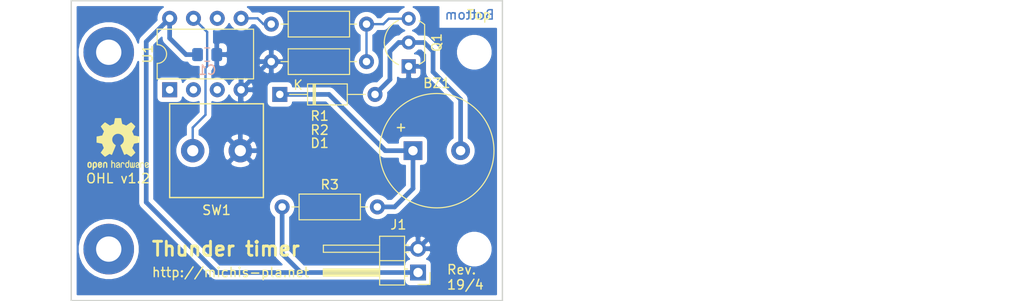
<source format=kicad_pcb>
(kicad_pcb (version 20171130) (host pcbnew "(5.1.2)-1")

  (general
    (thickness 1.6)
    (drawings 12)
    (tracks 54)
    (zones 0)
    (modules 15)
    (nets 12)
  )

  (page A4)
  (title_block
    (title thunder-timer)
    (date 2019-05-13)
    (rev 19/4)
    (company "Michael Bemmerl")
    (comment 1 "Open Hardware: CERN OHL v1.2")
  )

  (layers
    (0 F.Cu signal)
    (31 B.Cu signal)
    (32 B.Adhes user)
    (33 F.Adhes user)
    (34 B.Paste user)
    (35 F.Paste user)
    (36 B.SilkS user)
    (37 F.SilkS user)
    (38 B.Mask user)
    (39 F.Mask user)
    (40 Dwgs.User user)
    (41 Cmts.User user)
    (42 Eco1.User user hide)
    (43 Eco2.User user hide)
    (44 Edge.Cuts user)
    (45 Margin user)
    (46 B.CrtYd user hide)
    (47 F.CrtYd user)
    (48 B.Fab user hide)
    (49 F.Fab user hide)
  )

  (setup
    (last_trace_width 0.25)
    (user_trace_width 0.5)
    (trace_clearance 0.2)
    (zone_clearance 0.5)
    (zone_45_only no)
    (trace_min 0.25)
    (via_size 0.6)
    (via_drill 0.4)
    (via_min_size 0.4)
    (via_min_drill 0.3)
    (uvia_size 0.3)
    (uvia_drill 0.1)
    (uvias_allowed no)
    (uvia_min_size 0.2)
    (uvia_min_drill 0.1)
    (edge_width 0.15)
    (segment_width 0.2)
    (pcb_text_width 0.3)
    (pcb_text_size 1.5 1.5)
    (mod_edge_width 0.15)
    (mod_text_size 1 1)
    (mod_text_width 0.15)
    (pad_size 5.4 5.4)
    (pad_drill 2.7)
    (pad_to_mask_clearance 0.2)
    (aux_axis_origin 0 0)
    (visible_elements 7FFFFFFF)
    (pcbplotparams
      (layerselection 0x010f0_80000001)
      (usegerberextensions false)
      (usegerberattributes false)
      (usegerberadvancedattributes false)
      (creategerberjobfile false)
      (excludeedgelayer true)
      (linewidth 0.100000)
      (plotframeref false)
      (viasonmask false)
      (mode 1)
      (useauxorigin false)
      (hpglpennumber 1)
      (hpglpenspeed 20)
      (hpglpendiameter 15.000000)
      (psnegative false)
      (psa4output false)
      (plotreference true)
      (plotvalue true)
      (plotinvisibletext false)
      (padsonsilk false)
      (subtractmaskfromsilk false)
      (outputformat 1)
      (mirror false)
      (drillshape 0)
      (scaleselection 1)
      (outputdirectory "prod/"))
  )

  (net 0 "")
  (net 1 VCC)
  (net 2 GND)
  (net 3 "Net-(U1-Pad1)")
  (net 4 "Net-(U1-Pad2)")
  (net 5 "Net-(U1-Pad6)")
  (net 6 "Net-(U1-Pad3)")
  (net 7 "Net-(SW1-Pad2)")
  (net 8 "Net-(BZ1-Pad1)")
  (net 9 "Net-(BZ1-Pad2)")
  (net 10 "Net-(R1-Pad2)")
  (net 11 "Net-(Q1-Pad3)")

  (net_class Default "Dies ist die voreingestellte Netzklasse."
    (clearance 0.2)
    (trace_width 0.25)
    (via_dia 0.6)
    (via_drill 0.4)
    (uvia_dia 0.3)
    (uvia_drill 0.1)
    (add_net GND)
    (add_net "Net-(BZ1-Pad1)")
    (add_net "Net-(BZ1-Pad2)")
    (add_net "Net-(Q1-Pad3)")
    (add_net "Net-(R1-Pad2)")
    (add_net "Net-(SW1-Pad2)")
    (add_net "Net-(U1-Pad1)")
    (add_net "Net-(U1-Pad2)")
    (add_net "Net-(U1-Pad3)")
    (add_net "Net-(U1-Pad6)")
    (add_net VCC)
  )

  (module Capacitor_SMD:C_0805_2012Metric_Pad1.15x1.40mm_HandSolder (layer B.Cu) (tedit 5B36C52B) (tstamp 5B395221)
    (at 104.5 95.75)
    (descr "Capacitor SMD 0805 (2012 Metric), square (rectangular) end terminal, IPC_7351 nominal with elongated pad for handsoldering. (Body size source: https://docs.google.com/spreadsheets/d/1BsfQQcO9C6DZCsRaXUlFlo91Tg2WpOkGARC1WS5S8t0/edit?usp=sharing), generated with kicad-footprint-generator")
    (tags "capacitor handsolder")
    (path /5B315FB7)
    (attr smd)
    (fp_text reference C1 (at 0 1.65) (layer B.SilkS)
      (effects (font (size 1 1) (thickness 0.15)) (justify mirror))
    )
    (fp_text value 100n (at 0 -1.65) (layer B.Fab)
      (effects (font (size 1 1) (thickness 0.15)) (justify mirror))
    )
    (fp_text user %R (at 0 0) (layer B.Fab)
      (effects (font (size 0.5 0.5) (thickness 0.08)) (justify mirror))
    )
    (fp_line (start 1.85 -0.95) (end -1.85 -0.95) (layer B.CrtYd) (width 0.05))
    (fp_line (start 1.85 0.95) (end 1.85 -0.95) (layer B.CrtYd) (width 0.05))
    (fp_line (start -1.85 0.95) (end 1.85 0.95) (layer B.CrtYd) (width 0.05))
    (fp_line (start -1.85 -0.95) (end -1.85 0.95) (layer B.CrtYd) (width 0.05))
    (fp_line (start -0.261252 -0.71) (end 0.261252 -0.71) (layer B.SilkS) (width 0.12))
    (fp_line (start -0.261252 0.71) (end 0.261252 0.71) (layer B.SilkS) (width 0.12))
    (fp_line (start 1 -0.6) (end -1 -0.6) (layer B.Fab) (width 0.1))
    (fp_line (start 1 0.6) (end 1 -0.6) (layer B.Fab) (width 0.1))
    (fp_line (start -1 0.6) (end 1 0.6) (layer B.Fab) (width 0.1))
    (fp_line (start -1 -0.6) (end -1 0.6) (layer B.Fab) (width 0.1))
    (pad 2 smd roundrect (at 1.025 0) (size 1.15 1.4) (layers B.Cu B.Paste B.Mask) (roundrect_rratio 0.217391)
      (net 2 GND))
    (pad 1 smd roundrect (at -1.025 0) (size 1.15 1.4) (layers B.Cu B.Paste B.Mask) (roundrect_rratio 0.217391)
      (net 1 VCC))
    (model ${KISYS3DMOD}/Capacitor_SMD.3dshapes/C_0805_2012Metric.wrl
      (at (xyz 0 0 0))
      (scale (xyz 1 1 1))
      (rotate (xyz 0 0 0))
    )
  )

  (module Package_TO_SOT_THT:TO-92L_Inline_Wide (layer F.Cu) (tedit 5A11996A) (tstamp 5B4129B6)
    (at 126 97 90)
    (descr "TO-92L leads in-line (large body variant of TO-92), also known as TO-226, wide, drill 0.75mm (see https://www.diodes.com/assets/Package-Files/TO92L.pdf and http://www.ti.com/lit/an/snoa059/snoa059.pdf)")
    (tags "TO-92L Inline Wide transistor")
    (path /5B355AB8)
    (fp_text reference Q1 (at 2.54 3 90) (layer F.SilkS)
      (effects (font (size 1 1) (thickness 0.15)))
    )
    (fp_text value 2PC945 (at 2.54 2.79 90) (layer F.Fab)
      (effects (font (size 1 1) (thickness 0.15)))
    )
    (fp_arc (start 2.54 0) (end 4.45 1.7) (angle -15.88591585) (layer F.SilkS) (width 0.12))
    (fp_arc (start 2.54 0) (end 2.54 -2.48) (angle -130.2499344) (layer F.Fab) (width 0.1))
    (fp_arc (start 2.54 0) (end 2.54 -2.48) (angle 129.9527847) (layer F.Fab) (width 0.1))
    (fp_arc (start 2.54 0) (end 2.54 -2.6) (angle 65) (layer F.SilkS) (width 0.12))
    (fp_arc (start 2.54 0) (end 2.54 -2.6) (angle -65) (layer F.SilkS) (width 0.12))
    (fp_arc (start 2.54 0) (end 0.6 1.7) (angle 15.44288892) (layer F.SilkS) (width 0.12))
    (fp_line (start 6.1 1.85) (end -1 1.85) (layer F.CrtYd) (width 0.05))
    (fp_line (start 6.1 1.85) (end 6.1 -2.75) (layer F.CrtYd) (width 0.05))
    (fp_line (start -1 -2.75) (end -1 1.85) (layer F.CrtYd) (width 0.05))
    (fp_line (start -1 -2.75) (end 6.1 -2.75) (layer F.CrtYd) (width 0.05))
    (fp_line (start 0.65 1.6) (end 4.4 1.6) (layer F.Fab) (width 0.1))
    (fp_line (start 0.6 1.7) (end 4.45 1.7) (layer F.SilkS) (width 0.12))
    (fp_text user %R (at 2.54 -3.56 90) (layer F.Fab)
      (effects (font (size 1 1) (thickness 0.15)))
    )
    (pad 1 thru_hole rect (at 0 0 180) (size 1.5 1.5) (drill 0.8) (layers *.Cu *.Mask)
      (net 2 GND))
    (pad 3 thru_hole circle (at 5.08 0 180) (size 1.5 1.5) (drill 0.8) (layers *.Cu *.Mask)
      (net 11 "Net-(Q1-Pad3)"))
    (pad 2 thru_hole circle (at 2.54 0 180) (size 1.5 1.5) (drill 0.8) (layers *.Cu *.Mask)
      (net 9 "Net-(BZ1-Pad2)"))
    (model ${KISYS3DMOD}/Package_TO_SOT_THT.3dshapes/TO-92L_Inline_Wide.wrl
      (at (xyz 0 0 0))
      (scale (xyz 1 1 1))
      (rotate (xyz 0 0 0))
    )
  )

  (module Connector_PinHeader_2.54mm:PinHeader_1x02_P2.54mm_Horizontal (layer F.Cu) (tedit 59FED5CB) (tstamp 5B43D01E)
    (at 127 119 180)
    (descr "Through hole angled pin header, 1x02, 2.54mm pitch, 6mm pin length, single row")
    (tags "Through hole angled pin header THT 1x02 2.54mm single row")
    (path /5B428B05)
    (fp_text reference J1 (at 2.1 5.1) (layer F.SilkS)
      (effects (font (size 1 1) (thickness 0.15)))
    )
    (fp_text value Conn_01x02 (at 4.385 4.81) (layer F.Fab)
      (effects (font (size 1 1) (thickness 0.15)))
    )
    (fp_text user %R (at 2.77 1.27 90) (layer F.Fab)
      (effects (font (size 1 1) (thickness 0.15)))
    )
    (fp_line (start 10.55 -1.8) (end -1.8 -1.8) (layer F.CrtYd) (width 0.05))
    (fp_line (start 10.55 4.35) (end 10.55 -1.8) (layer F.CrtYd) (width 0.05))
    (fp_line (start -1.8 4.35) (end 10.55 4.35) (layer F.CrtYd) (width 0.05))
    (fp_line (start -1.8 -1.8) (end -1.8 4.35) (layer F.CrtYd) (width 0.05))
    (fp_line (start -1.27 -1.27) (end 0 -1.27) (layer F.SilkS) (width 0.12))
    (fp_line (start -1.27 0) (end -1.27 -1.27) (layer F.SilkS) (width 0.12))
    (fp_line (start 1.042929 2.92) (end 1.44 2.92) (layer F.SilkS) (width 0.12))
    (fp_line (start 1.042929 2.16) (end 1.44 2.16) (layer F.SilkS) (width 0.12))
    (fp_line (start 10.1 2.92) (end 4.1 2.92) (layer F.SilkS) (width 0.12))
    (fp_line (start 10.1 2.16) (end 10.1 2.92) (layer F.SilkS) (width 0.12))
    (fp_line (start 4.1 2.16) (end 10.1 2.16) (layer F.SilkS) (width 0.12))
    (fp_line (start 1.44 1.27) (end 4.1 1.27) (layer F.SilkS) (width 0.12))
    (fp_line (start 1.11 0.38) (end 1.44 0.38) (layer F.SilkS) (width 0.12))
    (fp_line (start 1.11 -0.38) (end 1.44 -0.38) (layer F.SilkS) (width 0.12))
    (fp_line (start 4.1 0.28) (end 10.1 0.28) (layer F.SilkS) (width 0.12))
    (fp_line (start 4.1 0.16) (end 10.1 0.16) (layer F.SilkS) (width 0.12))
    (fp_line (start 4.1 0.04) (end 10.1 0.04) (layer F.SilkS) (width 0.12))
    (fp_line (start 4.1 -0.08) (end 10.1 -0.08) (layer F.SilkS) (width 0.12))
    (fp_line (start 4.1 -0.2) (end 10.1 -0.2) (layer F.SilkS) (width 0.12))
    (fp_line (start 4.1 -0.32) (end 10.1 -0.32) (layer F.SilkS) (width 0.12))
    (fp_line (start 10.1 0.38) (end 4.1 0.38) (layer F.SilkS) (width 0.12))
    (fp_line (start 10.1 -0.38) (end 10.1 0.38) (layer F.SilkS) (width 0.12))
    (fp_line (start 4.1 -0.38) (end 10.1 -0.38) (layer F.SilkS) (width 0.12))
    (fp_line (start 4.1 -1.33) (end 1.44 -1.33) (layer F.SilkS) (width 0.12))
    (fp_line (start 4.1 3.87) (end 4.1 -1.33) (layer F.SilkS) (width 0.12))
    (fp_line (start 1.44 3.87) (end 4.1 3.87) (layer F.SilkS) (width 0.12))
    (fp_line (start 1.44 -1.33) (end 1.44 3.87) (layer F.SilkS) (width 0.12))
    (fp_line (start 4.04 2.86) (end 10.04 2.86) (layer F.Fab) (width 0.1))
    (fp_line (start 10.04 2.22) (end 10.04 2.86) (layer F.Fab) (width 0.1))
    (fp_line (start 4.04 2.22) (end 10.04 2.22) (layer F.Fab) (width 0.1))
    (fp_line (start -0.32 2.86) (end 1.5 2.86) (layer F.Fab) (width 0.1))
    (fp_line (start -0.32 2.22) (end -0.32 2.86) (layer F.Fab) (width 0.1))
    (fp_line (start -0.32 2.22) (end 1.5 2.22) (layer F.Fab) (width 0.1))
    (fp_line (start 4.04 0.32) (end 10.04 0.32) (layer F.Fab) (width 0.1))
    (fp_line (start 10.04 -0.32) (end 10.04 0.32) (layer F.Fab) (width 0.1))
    (fp_line (start 4.04 -0.32) (end 10.04 -0.32) (layer F.Fab) (width 0.1))
    (fp_line (start -0.32 0.32) (end 1.5 0.32) (layer F.Fab) (width 0.1))
    (fp_line (start -0.32 -0.32) (end -0.32 0.32) (layer F.Fab) (width 0.1))
    (fp_line (start -0.32 -0.32) (end 1.5 -0.32) (layer F.Fab) (width 0.1))
    (fp_line (start 1.5 -0.635) (end 2.135 -1.27) (layer F.Fab) (width 0.1))
    (fp_line (start 1.5 3.81) (end 1.5 -0.635) (layer F.Fab) (width 0.1))
    (fp_line (start 4.04 3.81) (end 1.5 3.81) (layer F.Fab) (width 0.1))
    (fp_line (start 4.04 -1.27) (end 4.04 3.81) (layer F.Fab) (width 0.1))
    (fp_line (start 2.135 -1.27) (end 4.04 -1.27) (layer F.Fab) (width 0.1))
    (pad 2 thru_hole oval (at 0 2.54 180) (size 1.7 1.7) (drill 1) (layers *.Cu *.Mask)
      (net 2 GND))
    (pad 1 thru_hole rect (at 0 0 180) (size 1.7 1.7) (drill 1) (layers *.Cu *.Mask)
      (net 1 VCC))
    (model ${KISYS3DMOD}/Connector_PinHeader_2.54mm.3dshapes/PinHeader_1x02_P2.54mm_Horizontal.wrl
      (at (xyz 0 0 0))
      (scale (xyz 1 1 1))
      (rotate (xyz 0 0 0))
    )
  )

  (module Diode_THT:D_DO-35_SOD27_P10.16mm_Horizontal (layer F.Cu) (tedit 5AE50CD5) (tstamp 5CD9FBB8)
    (at 112.25 100)
    (descr "Diode, DO-35_SOD27 series, Axial, Horizontal, pin pitch=10.16mm, , length*diameter=4*2mm^2, , http://www.diodes.com/_files/packages/DO-35.pdf")
    (tags "Diode DO-35_SOD27 series Axial Horizontal pin pitch 10.16mm  length 4mm diameter 2mm")
    (path /5B6B6148)
    (fp_text reference D1 (at 4.25 5.2) (layer F.SilkS)
      (effects (font (size 1 1) (thickness 0.15)))
    )
    (fp_text value 1N4148 (at 5.08 2.12) (layer F.Fab)
      (effects (font (size 1 1) (thickness 0.15)))
    )
    (fp_text user K (at 1.95 -1) (layer F.SilkS)
      (effects (font (size 1 1) (thickness 0.15)))
    )
    (fp_text user K (at 0 -1.8) (layer F.Fab)
      (effects (font (size 1 1) (thickness 0.15)))
    )
    (fp_text user %R (at 5.38 0) (layer F.Fab)
      (effects (font (size 0.8 0.8) (thickness 0.12)))
    )
    (fp_line (start 11.21 -1.25) (end -1.05 -1.25) (layer F.CrtYd) (width 0.05))
    (fp_line (start 11.21 1.25) (end 11.21 -1.25) (layer F.CrtYd) (width 0.05))
    (fp_line (start -1.05 1.25) (end 11.21 1.25) (layer F.CrtYd) (width 0.05))
    (fp_line (start -1.05 -1.25) (end -1.05 1.25) (layer F.CrtYd) (width 0.05))
    (fp_line (start 3.56 -1.12) (end 3.56 1.12) (layer F.SilkS) (width 0.12))
    (fp_line (start 3.8 -1.12) (end 3.8 1.12) (layer F.SilkS) (width 0.12))
    (fp_line (start 3.68 -1.12) (end 3.68 1.12) (layer F.SilkS) (width 0.12))
    (fp_line (start 9.12 0) (end 7.2 0) (layer F.SilkS) (width 0.12))
    (fp_line (start 1.04 0) (end 2.96 0) (layer F.SilkS) (width 0.12))
    (fp_line (start 7.2 -1.12) (end 2.96 -1.12) (layer F.SilkS) (width 0.12))
    (fp_line (start 7.2 1.12) (end 7.2 -1.12) (layer F.SilkS) (width 0.12))
    (fp_line (start 2.96 1.12) (end 7.2 1.12) (layer F.SilkS) (width 0.12))
    (fp_line (start 2.96 -1.12) (end 2.96 1.12) (layer F.SilkS) (width 0.12))
    (fp_line (start 3.58 -1) (end 3.58 1) (layer F.Fab) (width 0.1))
    (fp_line (start 3.78 -1) (end 3.78 1) (layer F.Fab) (width 0.1))
    (fp_line (start 3.68 -1) (end 3.68 1) (layer F.Fab) (width 0.1))
    (fp_line (start 10.16 0) (end 7.08 0) (layer F.Fab) (width 0.1))
    (fp_line (start 0 0) (end 3.08 0) (layer F.Fab) (width 0.1))
    (fp_line (start 7.08 -1) (end 3.08 -1) (layer F.Fab) (width 0.1))
    (fp_line (start 7.08 1) (end 7.08 -1) (layer F.Fab) (width 0.1))
    (fp_line (start 3.08 1) (end 7.08 1) (layer F.Fab) (width 0.1))
    (fp_line (start 3.08 -1) (end 3.08 1) (layer F.Fab) (width 0.1))
    (pad 2 thru_hole oval (at 10.16 0) (size 1.6 1.6) (drill 0.8) (layers *.Cu *.Mask)
      (net 9 "Net-(BZ1-Pad2)"))
    (pad 1 thru_hole rect (at 0 0) (size 1.6 1.6) (drill 0.8) (layers *.Cu *.Mask)
      (net 8 "Net-(BZ1-Pad1)"))
    (model ${KISYS3DMOD}/Diode_THT.3dshapes/D_DO-35_SOD27_P10.16mm_Horizontal.wrl
      (at (xyz 0 0 0))
      (scale (xyz 1 1 1))
      (rotate (xyz 0 0 0))
    )
  )

  (module Resistor_THT:R_Axial_DIN0207_L6.3mm_D2.5mm_P10.16mm_Horizontal (layer F.Cu) (tedit 5AE5139B) (tstamp 5B3952B0)
    (at 112.5 112)
    (descr "Resistor, Axial_DIN0207 series, Axial, Horizontal, pin pitch=10.16mm, 0.25W = 1/4W, length*diameter=6.3*2.5mm^2, http://cdn-reichelt.de/documents/datenblatt/B400/1_4W%23YAG.pdf")
    (tags "Resistor Axial_DIN0207 series Axial Horizontal pin pitch 10.16mm 0.25W = 1/4W length 6.3mm diameter 2.5mm")
    (path /5B3164B8)
    (fp_text reference R3 (at 5.08 -2.37) (layer F.SilkS)
      (effects (font (size 1 1) (thickness 0.15)))
    )
    (fp_text value 82 (at 5.08 2.37) (layer F.Fab)
      (effects (font (size 1 1) (thickness 0.15)))
    )
    (fp_text user %R (at 5.08 0) (layer F.Fab)
      (effects (font (size 1 1) (thickness 0.15)))
    )
    (fp_line (start 11.21 -1.5) (end -1.05 -1.5) (layer F.CrtYd) (width 0.05))
    (fp_line (start 11.21 1.5) (end 11.21 -1.5) (layer F.CrtYd) (width 0.05))
    (fp_line (start -1.05 1.5) (end 11.21 1.5) (layer F.CrtYd) (width 0.05))
    (fp_line (start -1.05 -1.5) (end -1.05 1.5) (layer F.CrtYd) (width 0.05))
    (fp_line (start 9.12 0) (end 8.35 0) (layer F.SilkS) (width 0.12))
    (fp_line (start 1.04 0) (end 1.81 0) (layer F.SilkS) (width 0.12))
    (fp_line (start 8.35 -1.37) (end 1.81 -1.37) (layer F.SilkS) (width 0.12))
    (fp_line (start 8.35 1.37) (end 8.35 -1.37) (layer F.SilkS) (width 0.12))
    (fp_line (start 1.81 1.37) (end 8.35 1.37) (layer F.SilkS) (width 0.12))
    (fp_line (start 1.81 -1.37) (end 1.81 1.37) (layer F.SilkS) (width 0.12))
    (fp_line (start 10.16 0) (end 8.23 0) (layer F.Fab) (width 0.1))
    (fp_line (start 0 0) (end 1.93 0) (layer F.Fab) (width 0.1))
    (fp_line (start 8.23 -1.25) (end 1.93 -1.25) (layer F.Fab) (width 0.1))
    (fp_line (start 8.23 1.25) (end 8.23 -1.25) (layer F.Fab) (width 0.1))
    (fp_line (start 1.93 1.25) (end 8.23 1.25) (layer F.Fab) (width 0.1))
    (fp_line (start 1.93 -1.25) (end 1.93 1.25) (layer F.Fab) (width 0.1))
    (pad 2 thru_hole oval (at 10.16 0) (size 1.6 1.6) (drill 0.8) (layers *.Cu *.Mask)
      (net 8 "Net-(BZ1-Pad1)"))
    (pad 1 thru_hole circle (at 0 0) (size 1.6 1.6) (drill 0.8) (layers *.Cu *.Mask)
      (net 1 VCC))
    (model ${KISYS3DMOD}/Resistor_THT.3dshapes/R_Axial_DIN0207_L6.3mm_D2.5mm_P10.16mm_Horizontal.wrl
      (at (xyz 0 0 0))
      (scale (xyz 1 1 1))
      (rotate (xyz 0 0 0))
    )
  )

  (module Resistor_THT:R_Axial_DIN0207_L6.3mm_D2.5mm_P10.16mm_Horizontal (layer F.Cu) (tedit 5AE5139B) (tstamp 5B39529A)
    (at 121.5 96.5 180)
    (descr "Resistor, Axial_DIN0207 series, Axial, Horizontal, pin pitch=10.16mm, 0.25W = 1/4W, length*diameter=6.3*2.5mm^2, http://cdn-reichelt.de/documents/datenblatt/B400/1_4W%23YAG.pdf")
    (tags "Resistor Axial_DIN0207 series Axial Horizontal pin pitch 10.16mm 0.25W = 1/4W length 6.3mm diameter 2.5mm")
    (path /5B3163C8)
    (fp_text reference R2 (at 5 -7.3) (layer F.SilkS)
      (effects (font (size 1 1) (thickness 0.15)))
    )
    (fp_text value 33k (at 5.08 2.37) (layer F.Fab)
      (effects (font (size 1 1) (thickness 0.15)))
    )
    (fp_line (start 1.93 -1.25) (end 1.93 1.25) (layer F.Fab) (width 0.1))
    (fp_line (start 1.93 1.25) (end 8.23 1.25) (layer F.Fab) (width 0.1))
    (fp_line (start 8.23 1.25) (end 8.23 -1.25) (layer F.Fab) (width 0.1))
    (fp_line (start 8.23 -1.25) (end 1.93 -1.25) (layer F.Fab) (width 0.1))
    (fp_line (start 0 0) (end 1.93 0) (layer F.Fab) (width 0.1))
    (fp_line (start 10.16 0) (end 8.23 0) (layer F.Fab) (width 0.1))
    (fp_line (start 1.81 -1.37) (end 1.81 1.37) (layer F.SilkS) (width 0.12))
    (fp_line (start 1.81 1.37) (end 8.35 1.37) (layer F.SilkS) (width 0.12))
    (fp_line (start 8.35 1.37) (end 8.35 -1.37) (layer F.SilkS) (width 0.12))
    (fp_line (start 8.35 -1.37) (end 1.81 -1.37) (layer F.SilkS) (width 0.12))
    (fp_line (start 1.04 0) (end 1.81 0) (layer F.SilkS) (width 0.12))
    (fp_line (start 9.12 0) (end 8.35 0) (layer F.SilkS) (width 0.12))
    (fp_line (start -1.05 -1.5) (end -1.05 1.5) (layer F.CrtYd) (width 0.05))
    (fp_line (start -1.05 1.5) (end 11.21 1.5) (layer F.CrtYd) (width 0.05))
    (fp_line (start 11.21 1.5) (end 11.21 -1.5) (layer F.CrtYd) (width 0.05))
    (fp_line (start 11.21 -1.5) (end -1.05 -1.5) (layer F.CrtYd) (width 0.05))
    (fp_text user %R (at 5.08 0) (layer F.Fab)
      (effects (font (size 1 1) (thickness 0.15)))
    )
    (pad 1 thru_hole circle (at 0 0 180) (size 1.6 1.6) (drill 0.8) (layers *.Cu *.Mask)
      (net 11 "Net-(Q1-Pad3)"))
    (pad 2 thru_hole oval (at 10.16 0 180) (size 1.6 1.6) (drill 0.8) (layers *.Cu *.Mask)
      (net 2 GND))
    (model ${KISYS3DMOD}/Resistor_THT.3dshapes/R_Axial_DIN0207_L6.3mm_D2.5mm_P10.16mm_Horizontal.wrl
      (at (xyz 0 0 0))
      (scale (xyz 1 1 1))
      (rotate (xyz 0 0 0))
    )
  )

  (module Resistor_THT:R_Axial_DIN0207_L6.3mm_D2.5mm_P10.16mm_Horizontal (layer F.Cu) (tedit 5AE5139B) (tstamp 5CD9F0BF)
    (at 121.5 92.5 180)
    (descr "Resistor, Axial_DIN0207 series, Axial, Horizontal, pin pitch=10.16mm, 0.25W = 1/4W, length*diameter=6.3*2.5mm^2, http://cdn-reichelt.de/documents/datenblatt/B400/1_4W%23YAG.pdf")
    (tags "Resistor Axial_DIN0207 series Axial Horizontal pin pitch 10.16mm 0.25W = 1/4W length 6.3mm diameter 2.5mm")
    (path /5B31642A)
    (fp_text reference R1 (at 5 -9.8) (layer F.SilkS)
      (effects (font (size 1 1) (thickness 0.15)))
    )
    (fp_text value 6.8k (at 5.08 2.37) (layer F.Fab)
      (effects (font (size 1 1) (thickness 0.15)))
    )
    (fp_text user %R (at 5.08 0) (layer F.Fab)
      (effects (font (size 1 1) (thickness 0.15)))
    )
    (fp_line (start 11.21 -1.5) (end -1.05 -1.5) (layer F.CrtYd) (width 0.05))
    (fp_line (start 11.21 1.5) (end 11.21 -1.5) (layer F.CrtYd) (width 0.05))
    (fp_line (start -1.05 1.5) (end 11.21 1.5) (layer F.CrtYd) (width 0.05))
    (fp_line (start -1.05 -1.5) (end -1.05 1.5) (layer F.CrtYd) (width 0.05))
    (fp_line (start 9.12 0) (end 8.35 0) (layer F.SilkS) (width 0.12))
    (fp_line (start 1.04 0) (end 1.81 0) (layer F.SilkS) (width 0.12))
    (fp_line (start 8.35 -1.37) (end 1.81 -1.37) (layer F.SilkS) (width 0.12))
    (fp_line (start 8.35 1.37) (end 8.35 -1.37) (layer F.SilkS) (width 0.12))
    (fp_line (start 1.81 1.37) (end 8.35 1.37) (layer F.SilkS) (width 0.12))
    (fp_line (start 1.81 -1.37) (end 1.81 1.37) (layer F.SilkS) (width 0.12))
    (fp_line (start 10.16 0) (end 8.23 0) (layer F.Fab) (width 0.1))
    (fp_line (start 0 0) (end 1.93 0) (layer F.Fab) (width 0.1))
    (fp_line (start 8.23 -1.25) (end 1.93 -1.25) (layer F.Fab) (width 0.1))
    (fp_line (start 8.23 1.25) (end 8.23 -1.25) (layer F.Fab) (width 0.1))
    (fp_line (start 1.93 1.25) (end 8.23 1.25) (layer F.Fab) (width 0.1))
    (fp_line (start 1.93 -1.25) (end 1.93 1.25) (layer F.Fab) (width 0.1))
    (pad 2 thru_hole oval (at 10.16 0 180) (size 1.6 1.6) (drill 0.8) (layers *.Cu *.Mask)
      (net 10 "Net-(R1-Pad2)"))
    (pad 1 thru_hole circle (at 0 0 180) (size 1.6 1.6) (drill 0.8) (layers *.Cu *.Mask)
      (net 11 "Net-(Q1-Pad3)"))
    (model ${KISYS3DMOD}/Resistor_THT.3dshapes/R_Axial_DIN0207_L6.3mm_D2.5mm_P10.16mm_Horizontal.wrl
      (at (xyz 0 0 0))
      (scale (xyz 1 1 1))
      (rotate (xyz 0 0 0))
    )
  )

  (module Package_DIP:DIP-8_W7.62mm (layer F.Cu) (tedit 5A02E8C5) (tstamp 5B3952CC)
    (at 100.5 99.5 90)
    (descr "8-lead though-hole mounted DIP package, row spacing 7.62 mm (300 mils)")
    (tags "THT DIP DIL PDIP 2.54mm 7.62mm 300mil")
    (path /5B315E85)
    (fp_text reference U1 (at 3.81 -2.33 90) (layer F.SilkS)
      (effects (font (size 1 1) (thickness 0.15)))
    )
    (fp_text value ATTINY85-20PU (at 3.81 9.95 90) (layer F.Fab)
      (effects (font (size 1 1) (thickness 0.15)))
    )
    (fp_text user %R (at 3.81 3.81 90) (layer F.Fab)
      (effects (font (size 1 1) (thickness 0.15)))
    )
    (fp_line (start 8.7 -1.55) (end -1.1 -1.55) (layer F.CrtYd) (width 0.05))
    (fp_line (start 8.7 9.15) (end 8.7 -1.55) (layer F.CrtYd) (width 0.05))
    (fp_line (start -1.1 9.15) (end 8.7 9.15) (layer F.CrtYd) (width 0.05))
    (fp_line (start -1.1 -1.55) (end -1.1 9.15) (layer F.CrtYd) (width 0.05))
    (fp_line (start 6.46 -1.33) (end 4.81 -1.33) (layer F.SilkS) (width 0.12))
    (fp_line (start 6.46 8.95) (end 6.46 -1.33) (layer F.SilkS) (width 0.12))
    (fp_line (start 1.16 8.95) (end 6.46 8.95) (layer F.SilkS) (width 0.12))
    (fp_line (start 1.16 -1.33) (end 1.16 8.95) (layer F.SilkS) (width 0.12))
    (fp_line (start 2.81 -1.33) (end 1.16 -1.33) (layer F.SilkS) (width 0.12))
    (fp_line (start 0.635 -0.27) (end 1.635 -1.27) (layer F.Fab) (width 0.1))
    (fp_line (start 0.635 8.89) (end 0.635 -0.27) (layer F.Fab) (width 0.1))
    (fp_line (start 6.985 8.89) (end 0.635 8.89) (layer F.Fab) (width 0.1))
    (fp_line (start 6.985 -1.27) (end 6.985 8.89) (layer F.Fab) (width 0.1))
    (fp_line (start 1.635 -1.27) (end 6.985 -1.27) (layer F.Fab) (width 0.1))
    (fp_arc (start 3.81 -1.33) (end 2.81 -1.33) (angle -180) (layer F.SilkS) (width 0.12))
    (pad 8 thru_hole oval (at 7.62 0 90) (size 1.6 1.6) (drill 0.8) (layers *.Cu *.Mask)
      (net 1 VCC))
    (pad 4 thru_hole oval (at 0 7.62 90) (size 1.6 1.6) (drill 0.8) (layers *.Cu *.Mask)
      (net 2 GND))
    (pad 7 thru_hole oval (at 7.62 2.54 90) (size 1.6 1.6) (drill 0.8) (layers *.Cu *.Mask)
      (net 7 "Net-(SW1-Pad2)"))
    (pad 3 thru_hole oval (at 0 5.08 90) (size 1.6 1.6) (drill 0.8) (layers *.Cu *.Mask)
      (net 6 "Net-(U1-Pad3)"))
    (pad 6 thru_hole oval (at 7.62 5.08 90) (size 1.6 1.6) (drill 0.8) (layers *.Cu *.Mask)
      (net 5 "Net-(U1-Pad6)"))
    (pad 2 thru_hole oval (at 0 2.54 90) (size 1.6 1.6) (drill 0.8) (layers *.Cu *.Mask)
      (net 4 "Net-(U1-Pad2)"))
    (pad 5 thru_hole oval (at 7.62 7.62 90) (size 1.6 1.6) (drill 0.8) (layers *.Cu *.Mask)
      (net 10 "Net-(R1-Pad2)"))
    (pad 1 thru_hole rect (at 0 0 90) (size 1.6 1.6) (drill 0.8) (layers *.Cu *.Mask)
      (net 3 "Net-(U1-Pad1)"))
    (model ${KISYS3DMOD}/Package_DIP.3dshapes/DIP-8_W7.62mm.wrl
      (at (xyz 0 0 0))
      (scale (xyz 1 1 1))
      (rotate (xyz 0 0 0))
    )
  )

  (module Mounting_Holes:MountingHole_2.7mm_M2.5_Pad (layer F.Cu) (tedit 5B493948) (tstamp 5B415496)
    (at 94 95.5)
    (descr "Mounting Hole 2.7mm, M2.5")
    (tags "mounting hole 2.7mm m2.5")
    (attr virtual)
    (fp_text reference REF** (at 0 -3.7) (layer F.SilkS) hide
      (effects (font (size 1 1) (thickness 0.15)))
    )
    (fp_text value MountingHole_2.7mm_M2.5_Pad (at 0 3.7) (layer F.Fab)
      (effects (font (size 1 1) (thickness 0.15)))
    )
    (fp_text user %R (at 0.3 0) (layer F.Fab)
      (effects (font (size 1 1) (thickness 0.15)))
    )
    (fp_circle (center 0 0) (end 2.7 0) (layer Cmts.User) (width 0.15))
    (fp_circle (center 0 0) (end 2.95 0) (layer F.CrtYd) (width 0.05))
    (pad 1 thru_hole circle (at 0 0) (size 5.4 5.4) (drill 2.7) (layers *.Cu *.Mask))
  )

  (module mibe:SW_Push_10mm (layer F.Cu) (tedit 5B412FD3) (tstamp 5B4129C1)
    (at 105.5 106 180)
    (path /5B316152)
    (fp_text reference SW1 (at 0 -6.35 180) (layer F.SilkS)
      (effects (font (size 1 1) (thickness 0.15)))
    )
    (fp_text value SW_Push (at 0 6.35 180) (layer F.Fab)
      (effects (font (size 1 1) (thickness 0.15)))
    )
    (fp_line (start -5.334 -5.334) (end 5.334 -5.334) (layer F.CrtYd) (width 0.05))
    (fp_line (start 5.334 -5.334) (end 5.334 5.334) (layer F.CrtYd) (width 0.05))
    (fp_line (start 5.334 5.334) (end -5.334 5.334) (layer F.CrtYd) (width 0.05))
    (fp_line (start -5.334 5.334) (end -5.334 -5.334) (layer F.CrtYd) (width 0.05))
    (fp_circle (center 0 0) (end 2 0) (layer F.Fab) (width 0.15))
    (fp_line (start -5 -5) (end 5 -5) (layer F.SilkS) (width 0.15))
    (fp_line (start 5 -5) (end 5 5) (layer F.SilkS) (width 0.15))
    (fp_line (start 5 5) (end -5 5) (layer F.SilkS) (width 0.15))
    (fp_line (start -5 5) (end -5 -5) (layer F.SilkS) (width 0.15))
    (pad 1 thru_hole circle (at -2.54 0 180) (size 2.5 2.5) (drill 1.2) (layers *.Cu *.Mask)
      (net 2 GND))
    (pad 2 thru_hole circle (at 2.54 0 180) (size 2.5 2.5) (drill 1.2) (layers *.Cu *.Mask)
      (net 7 "Net-(SW1-Pad2)"))
  )

  (module Mounting_Holes:MountingHole_2.7mm_M2.5_Pad (layer F.Cu) (tedit 5B49394A) (tstamp 5B41528B)
    (at 94 116.5)
    (descr "Mounting Hole 2.7mm, M2.5")
    (tags "mounting hole 2.7mm m2.5")
    (attr virtual)
    (fp_text reference REF** (at 0 -3.7) (layer F.SilkS) hide
      (effects (font (size 1 1) (thickness 0.15)))
    )
    (fp_text value MountingHole_2.7mm_M2.5_Pad (at 0 3.7) (layer F.Fab)
      (effects (font (size 1 1) (thickness 0.15)))
    )
    (fp_text user %R (at 0.3 0) (layer F.Fab)
      (effects (font (size 1 1) (thickness 0.15)))
    )
    (fp_circle (center 0 0) (end 2.7 0) (layer Cmts.User) (width 0.15))
    (fp_circle (center 0 0) (end 2.95 0) (layer F.CrtYd) (width 0.05))
    (pad 1 thru_hole circle (at 0 0) (size 5.4 5.4) (drill 2.7) (layers *.Cu *.Mask))
  )

  (module Mounting_Holes:MountingHole_2.7mm_M2.5 (layer F.Cu) (tedit 5B493951) (tstamp 5B42849F)
    (at 133 116.5)
    (descr "Mounting Hole 2.7mm, no annular, M2.5")
    (tags "mounting hole 2.7mm no annular m2.5")
    (attr virtual)
    (fp_text reference REF** (at 0 -3.7) (layer F.SilkS) hide
      (effects (font (size 1 1) (thickness 0.15)))
    )
    (fp_text value MountingHole_2.7mm_M2.5 (at 0 3.7) (layer F.Fab)
      (effects (font (size 1 1) (thickness 0.15)))
    )
    (fp_text user %R (at 0.3 0) (layer F.Fab)
      (effects (font (size 1 1) (thickness 0.15)))
    )
    (fp_circle (center 0 0) (end 2.7 0) (layer Cmts.User) (width 0.15))
    (fp_circle (center 0 0) (end 2.95 0) (layer F.CrtYd) (width 0.05))
    (pad 1 np_thru_hole circle (at 0 0) (size 2.7 2.7) (drill 2.7) (layers *.Cu *.Mask))
  )

  (module Mounting_Holes:MountingHole_2.7mm_M2.5 (layer F.Cu) (tedit 5B49394E) (tstamp 5B4284C5)
    (at 133 95.5)
    (descr "Mounting Hole 2.7mm, no annular, M2.5")
    (tags "mounting hole 2.7mm no annular m2.5")
    (attr virtual)
    (fp_text reference REF** (at 0 -3.7) (layer F.SilkS) hide
      (effects (font (size 1 1) (thickness 0.15)))
    )
    (fp_text value MountingHole_2.7mm_M2.5 (at 0 3.7) (layer F.Fab)
      (effects (font (size 1 1) (thickness 0.15)))
    )
    (fp_text user %R (at 0.3 0) (layer F.Fab)
      (effects (font (size 1 1) (thickness 0.15)))
    )
    (fp_circle (center 0 0) (end 2.7 0) (layer Cmts.User) (width 0.15))
    (fp_circle (center 0 0) (end 2.95 0) (layer F.CrtYd) (width 0.05))
    (pad 1 np_thru_hole circle (at 0 0) (size 2.7 2.7) (drill 2.7) (layers *.Cu *.Mask))
  )

  (module mibe:Buzzer_12x9.5RM5 (layer F.Cu) (tedit 5B43C7C4) (tstamp 5B43CFEB)
    (at 129 106)
    (descr "Generic Buzzer, D12mm height 9.5mm with RM7.6mm")
    (tags buzzer)
    (path /5B43C4D2)
    (fp_text reference BZ1 (at 0 -7.2) (layer F.SilkS)
      (effects (font (size 1 1) (thickness 0.15)))
    )
    (fp_text value Buzzer (at 0 7.4) (layer F.Fab)
      (effects (font (size 1 1) (thickness 0.15)))
    )
    (fp_text user + (at -3.82 -2.54) (layer F.Fab)
      (effects (font (size 1 1) (thickness 0.15)))
    )
    (fp_text user + (at -3.82 -2.54) (layer F.SilkS)
      (effects (font (size 1 1) (thickness 0.15)))
    )
    (fp_text user %R (at 0 -4) (layer F.Fab)
      (effects (font (size 1 1) (thickness 0.15)))
    )
    (fp_circle (center 0 0) (end 6.25 0) (layer F.CrtYd) (width 0.05))
    (fp_circle (center 0 0) (end 6 0) (layer F.Fab) (width 0.1))
    (fp_circle (center 0 0) (end 1 0) (layer F.Fab) (width 0.1))
    (fp_circle (center 0 0) (end 6.1 0) (layer F.SilkS) (width 0.12))
    (pad 1 thru_hole rect (at -2.54 0) (size 2 2) (drill 1) (layers *.Cu *.Mask)
      (net 8 "Net-(BZ1-Pad1)"))
    (pad 2 thru_hole circle (at 2.54 0) (size 2 2) (drill 1) (layers *.Cu *.Mask)
      (net 9 "Net-(BZ1-Pad2)"))
  )

  (module Symbols:OSHW-Logo2_7.3x6mm_SilkScreen (layer F.Cu) (tedit 0) (tstamp 5B4A75BD)
    (at 94.996 105.283)
    (descr "Open Source Hardware Symbol")
    (tags "Logo Symbol OSHW")
    (attr virtual)
    (fp_text reference REF*** (at 0 0) (layer F.SilkS) hide
      (effects (font (size 1 1) (thickness 0.15)))
    )
    (fp_text value OSHW-Logo2_7.3x6mm_SilkScreen (at 0.75 0) (layer F.Fab) hide
      (effects (font (size 1 1) (thickness 0.15)))
    )
    (fp_poly (pts (xy -2.400256 1.919918) (xy -2.344799 1.947568) (xy -2.295852 1.99848) (xy -2.282371 2.017338)
      (xy -2.267686 2.042015) (xy -2.258158 2.068816) (xy -2.252707 2.104587) (xy -2.250253 2.156169)
      (xy -2.249714 2.224267) (xy -2.252148 2.317588) (xy -2.260606 2.387657) (xy -2.276826 2.439931)
      (xy -2.302546 2.479869) (xy -2.339503 2.512929) (xy -2.342218 2.514886) (xy -2.37864 2.534908)
      (xy -2.422498 2.544815) (xy -2.478276 2.547257) (xy -2.568952 2.547257) (xy -2.56899 2.635283)
      (xy -2.569834 2.684308) (xy -2.574976 2.713065) (xy -2.588413 2.730311) (xy -2.614142 2.744808)
      (xy -2.620321 2.747769) (xy -2.649236 2.761648) (xy -2.671624 2.770414) (xy -2.688271 2.771171)
      (xy -2.699964 2.761023) (xy -2.70749 2.737073) (xy -2.711634 2.696426) (xy -2.713185 2.636186)
      (xy -2.712929 2.553455) (xy -2.711651 2.445339) (xy -2.711252 2.413) (xy -2.709815 2.301524)
      (xy -2.708528 2.228603) (xy -2.569029 2.228603) (xy -2.568245 2.290499) (xy -2.56476 2.330997)
      (xy -2.556876 2.357708) (xy -2.542895 2.378244) (xy -2.533403 2.38826) (xy -2.494596 2.417567)
      (xy -2.460237 2.419952) (xy -2.424784 2.39575) (xy -2.423886 2.394857) (xy -2.409461 2.376153)
      (xy -2.400687 2.350732) (xy -2.396261 2.311584) (xy -2.394882 2.251697) (xy -2.394857 2.23843)
      (xy -2.398188 2.155901) (xy -2.409031 2.098691) (xy -2.42866 2.063766) (xy -2.45835 2.048094)
      (xy -2.475509 2.046514) (xy -2.516234 2.053926) (xy -2.544168 2.07833) (xy -2.560983 2.12298)
      (xy -2.56835 2.19113) (xy -2.569029 2.228603) (xy -2.708528 2.228603) (xy -2.708292 2.215245)
      (xy -2.706323 2.150333) (xy -2.70355 2.102958) (xy -2.699612 2.06929) (xy -2.694151 2.045498)
      (xy -2.686808 2.027753) (xy -2.677223 2.012224) (xy -2.673113 2.006381) (xy -2.618595 1.951185)
      (xy -2.549664 1.91989) (xy -2.469928 1.911165) (xy -2.400256 1.919918)) (layer F.SilkS) (width 0.01))
    (fp_poly (pts (xy -1.283907 1.92778) (xy -1.237328 1.954723) (xy -1.204943 1.981466) (xy -1.181258 2.009484)
      (xy -1.164941 2.043748) (xy -1.154661 2.089227) (xy -1.149086 2.150892) (xy -1.146884 2.233711)
      (xy -1.146629 2.293246) (xy -1.146629 2.512391) (xy -1.208314 2.540044) (xy -1.27 2.567697)
      (xy -1.277257 2.32767) (xy -1.280256 2.238028) (xy -1.283402 2.172962) (xy -1.287299 2.128026)
      (xy -1.292553 2.09877) (xy -1.299769 2.080748) (xy -1.30955 2.069511) (xy -1.312688 2.067079)
      (xy -1.360239 2.048083) (xy -1.408303 2.0556) (xy -1.436914 2.075543) (xy -1.448553 2.089675)
      (xy -1.456609 2.10822) (xy -1.461729 2.136334) (xy -1.464559 2.179173) (xy -1.465744 2.241895)
      (xy -1.465943 2.307261) (xy -1.465982 2.389268) (xy -1.467386 2.447316) (xy -1.472086 2.486465)
      (xy -1.482013 2.51178) (xy -1.499097 2.528323) (xy -1.525268 2.541156) (xy -1.560225 2.554491)
      (xy -1.598404 2.569007) (xy -1.593859 2.311389) (xy -1.592029 2.218519) (xy -1.589888 2.149889)
      (xy -1.586819 2.100711) (xy -1.582206 2.066198) (xy -1.575432 2.041562) (xy -1.565881 2.022016)
      (xy -1.554366 2.00477) (xy -1.49881 1.94968) (xy -1.43102 1.917822) (xy -1.357287 1.910191)
      (xy -1.283907 1.92778)) (layer F.SilkS) (width 0.01))
    (fp_poly (pts (xy -2.958885 1.921962) (xy -2.890855 1.957733) (xy -2.840649 2.015301) (xy -2.822815 2.052312)
      (xy -2.808937 2.107882) (xy -2.801833 2.178096) (xy -2.80116 2.254727) (xy -2.806573 2.329552)
      (xy -2.81773 2.394342) (xy -2.834286 2.440873) (xy -2.839374 2.448887) (xy -2.899645 2.508707)
      (xy -2.971231 2.544535) (xy -3.048908 2.55502) (xy -3.127452 2.53881) (xy -3.149311 2.529092)
      (xy -3.191878 2.499143) (xy -3.229237 2.459433) (xy -3.232768 2.454397) (xy -3.247119 2.430124)
      (xy -3.256606 2.404178) (xy -3.26221 2.370022) (xy -3.264914 2.321119) (xy -3.265701 2.250935)
      (xy -3.265714 2.2352) (xy -3.265678 2.230192) (xy -3.120571 2.230192) (xy -3.119727 2.29643)
      (xy -3.116404 2.340386) (xy -3.109417 2.368779) (xy -3.097584 2.388325) (xy -3.091543 2.394857)
      (xy -3.056814 2.41968) (xy -3.023097 2.418548) (xy -2.989005 2.397016) (xy -2.968671 2.374029)
      (xy -2.956629 2.340478) (xy -2.949866 2.287569) (xy -2.949402 2.281399) (xy -2.948248 2.185513)
      (xy -2.960312 2.114299) (xy -2.98543 2.068194) (xy -3.02344 2.047635) (xy -3.037008 2.046514)
      (xy -3.072636 2.052152) (xy -3.097006 2.071686) (xy -3.111907 2.109042) (xy -3.119125 2.16815)
      (xy -3.120571 2.230192) (xy -3.265678 2.230192) (xy -3.265174 2.160413) (xy -3.262904 2.108159)
      (xy -3.257932 2.071949) (xy -3.249287 2.045299) (xy -3.235995 2.021722) (xy -3.233057 2.017338)
      (xy -3.183687 1.958249) (xy -3.129891 1.923947) (xy -3.064398 1.910331) (xy -3.042158 1.909665)
      (xy -2.958885 1.921962)) (layer F.SilkS) (width 0.01))
    (fp_poly (pts (xy -1.831697 1.931239) (xy -1.774473 1.969735) (xy -1.730251 2.025335) (xy -1.703833 2.096086)
      (xy -1.69849 2.148162) (xy -1.699097 2.169893) (xy -1.704178 2.186531) (xy -1.718145 2.201437)
      (xy -1.745411 2.217973) (xy -1.790388 2.239498) (xy -1.857489 2.269374) (xy -1.857829 2.269524)
      (xy -1.919593 2.297813) (xy -1.970241 2.322933) (xy -2.004596 2.342179) (xy -2.017482 2.352848)
      (xy -2.017486 2.352934) (xy -2.006128 2.376166) (xy -1.979569 2.401774) (xy -1.949077 2.420221)
      (xy -1.93363 2.423886) (xy -1.891485 2.411212) (xy -1.855192 2.379471) (xy -1.837483 2.344572)
      (xy -1.820448 2.318845) (xy -1.787078 2.289546) (xy -1.747851 2.264235) (xy -1.713244 2.250471)
      (xy -1.706007 2.249714) (xy -1.697861 2.26216) (xy -1.69737 2.293972) (xy -1.703357 2.336866)
      (xy -1.714643 2.382558) (xy -1.73005 2.422761) (xy -1.730829 2.424322) (xy -1.777196 2.489062)
      (xy -1.837289 2.533097) (xy -1.905535 2.554711) (xy -1.976362 2.552185) (xy -2.044196 2.523804)
      (xy -2.047212 2.521808) (xy -2.100573 2.473448) (xy -2.13566 2.410352) (xy -2.155078 2.327387)
      (xy -2.157684 2.304078) (xy -2.162299 2.194055) (xy -2.156767 2.142748) (xy -2.017486 2.142748)
      (xy -2.015676 2.174753) (xy -2.005778 2.184093) (xy -1.981102 2.177105) (xy -1.942205 2.160587)
      (xy -1.898725 2.139881) (xy -1.897644 2.139333) (xy -1.860791 2.119949) (xy -1.846 2.107013)
      (xy -1.849647 2.093451) (xy -1.865005 2.075632) (xy -1.904077 2.049845) (xy -1.946154 2.04795)
      (xy -1.983897 2.066717) (xy -2.009966 2.102915) (xy -2.017486 2.142748) (xy -2.156767 2.142748)
      (xy -2.152806 2.106027) (xy -2.12845 2.036212) (xy -2.094544 1.987302) (xy -2.033347 1.937878)
      (xy -1.965937 1.913359) (xy -1.89712 1.911797) (xy -1.831697 1.931239)) (layer F.SilkS) (width 0.01))
    (fp_poly (pts (xy -0.624114 1.851289) (xy -0.619861 1.910613) (xy -0.614975 1.945572) (xy -0.608205 1.96082)
      (xy -0.598298 1.961015) (xy -0.595086 1.959195) (xy -0.552356 1.946015) (xy -0.496773 1.946785)
      (xy -0.440263 1.960333) (xy -0.404918 1.977861) (xy -0.368679 2.005861) (xy -0.342187 2.037549)
      (xy -0.324001 2.077813) (xy -0.312678 2.131543) (xy -0.306778 2.203626) (xy -0.304857 2.298951)
      (xy -0.304823 2.317237) (xy -0.3048 2.522646) (xy -0.350509 2.53858) (xy -0.382973 2.54942)
      (xy -0.400785 2.554468) (xy -0.401309 2.554514) (xy -0.403063 2.540828) (xy -0.404556 2.503076)
      (xy -0.405674 2.446224) (xy -0.406303 2.375234) (xy -0.4064 2.332073) (xy -0.406602 2.246973)
      (xy -0.407642 2.185981) (xy -0.410169 2.144177) (xy -0.414836 2.116642) (xy -0.422293 2.098456)
      (xy -0.433189 2.084698) (xy -0.439993 2.078073) (xy -0.486728 2.051375) (xy -0.537728 2.049375)
      (xy -0.583999 2.071955) (xy -0.592556 2.080107) (xy -0.605107 2.095436) (xy -0.613812 2.113618)
      (xy -0.619369 2.139909) (xy -0.622474 2.179562) (xy -0.623824 2.237832) (xy -0.624114 2.318173)
      (xy -0.624114 2.522646) (xy -0.669823 2.53858) (xy -0.702287 2.54942) (xy -0.720099 2.554468)
      (xy -0.720623 2.554514) (xy -0.721963 2.540623) (xy -0.723172 2.501439) (xy -0.724199 2.4407)
      (xy -0.724998 2.362141) (xy -0.725519 2.269498) (xy -0.725714 2.166509) (xy -0.725714 1.769342)
      (xy -0.678543 1.749444) (xy -0.631371 1.729547) (xy -0.624114 1.851289)) (layer F.SilkS) (width 0.01))
    (fp_poly (pts (xy 0.039744 1.950968) (xy 0.096616 1.972087) (xy 0.097267 1.972493) (xy 0.13244 1.99838)
      (xy 0.158407 2.028633) (xy 0.17667 2.068058) (xy 0.188732 2.121462) (xy 0.196096 2.193651)
      (xy 0.200264 2.289432) (xy 0.200629 2.303078) (xy 0.205876 2.508842) (xy 0.161716 2.531678)
      (xy 0.129763 2.54711) (xy 0.11047 2.554423) (xy 0.109578 2.554514) (xy 0.106239 2.541022)
      (xy 0.103587 2.504626) (xy 0.101956 2.451452) (xy 0.1016 2.408393) (xy 0.101592 2.338641)
      (xy 0.098403 2.294837) (xy 0.087288 2.273944) (xy 0.063501 2.272925) (xy 0.022296 2.288741)
      (xy -0.039914 2.317815) (xy -0.085659 2.341963) (xy -0.109187 2.362913) (xy -0.116104 2.385747)
      (xy -0.116114 2.386877) (xy -0.104701 2.426212) (xy -0.070908 2.447462) (xy -0.019191 2.450539)
      (xy 0.018061 2.450006) (xy 0.037703 2.460735) (xy 0.049952 2.486505) (xy 0.057002 2.519337)
      (xy 0.046842 2.537966) (xy 0.043017 2.540632) (xy 0.007001 2.55134) (xy -0.043434 2.552856)
      (xy -0.095374 2.545759) (xy -0.132178 2.532788) (xy -0.183062 2.489585) (xy -0.211986 2.429446)
      (xy -0.217714 2.382462) (xy -0.213343 2.340082) (xy -0.197525 2.305488) (xy -0.166203 2.274763)
      (xy -0.115322 2.24399) (xy -0.040824 2.209252) (xy -0.036286 2.207288) (xy 0.030821 2.176287)
      (xy 0.072232 2.150862) (xy 0.089981 2.128014) (xy 0.086107 2.104745) (xy 0.062643 2.078056)
      (xy 0.055627 2.071914) (xy 0.00863 2.0481) (xy -0.040067 2.049103) (xy -0.082478 2.072451)
      (xy -0.110616 2.115675) (xy -0.113231 2.12416) (xy -0.138692 2.165308) (xy -0.170999 2.185128)
      (xy -0.217714 2.20477) (xy -0.217714 2.15395) (xy -0.203504 2.080082) (xy -0.161325 2.012327)
      (xy -0.139376 1.989661) (xy -0.089483 1.960569) (xy -0.026033 1.9474) (xy 0.039744 1.950968)) (layer F.SilkS) (width 0.01))
    (fp_poly (pts (xy 0.529926 1.949755) (xy 0.595858 1.974084) (xy 0.649273 2.017117) (xy 0.670164 2.047409)
      (xy 0.692939 2.102994) (xy 0.692466 2.143186) (xy 0.668562 2.170217) (xy 0.659717 2.174813)
      (xy 0.62153 2.189144) (xy 0.602028 2.185472) (xy 0.595422 2.161407) (xy 0.595086 2.148114)
      (xy 0.582992 2.09921) (xy 0.551471 2.064999) (xy 0.507659 2.048476) (xy 0.458695 2.052634)
      (xy 0.418894 2.074227) (xy 0.40545 2.086544) (xy 0.395921 2.101487) (xy 0.389485 2.124075)
      (xy 0.385317 2.159328) (xy 0.382597 2.212266) (xy 0.380502 2.287907) (xy 0.37996 2.311857)
      (xy 0.377981 2.39379) (xy 0.375731 2.451455) (xy 0.372357 2.489608) (xy 0.367006 2.513004)
      (xy 0.358824 2.526398) (xy 0.346959 2.534545) (xy 0.339362 2.538144) (xy 0.307102 2.550452)
      (xy 0.288111 2.554514) (xy 0.281836 2.540948) (xy 0.278006 2.499934) (xy 0.2766 2.430999)
      (xy 0.277598 2.333669) (xy 0.277908 2.318657) (xy 0.280101 2.229859) (xy 0.282693 2.165019)
      (xy 0.286382 2.119067) (xy 0.291864 2.086935) (xy 0.299835 2.063553) (xy 0.310993 2.043852)
      (xy 0.31683 2.03541) (xy 0.350296 1.998057) (xy 0.387727 1.969003) (xy 0.392309 1.966467)
      (xy 0.459426 1.946443) (xy 0.529926 1.949755)) (layer F.SilkS) (width 0.01))
    (fp_poly (pts (xy 1.190117 2.065358) (xy 1.189933 2.173837) (xy 1.189219 2.257287) (xy 1.187675 2.319704)
      (xy 1.185001 2.365085) (xy 1.180894 2.397429) (xy 1.175055 2.420733) (xy 1.167182 2.438995)
      (xy 1.161221 2.449418) (xy 1.111855 2.505945) (xy 1.049264 2.541377) (xy 0.980013 2.55409)
      (xy 0.910668 2.542463) (xy 0.869375 2.521568) (xy 0.826025 2.485422) (xy 0.796481 2.441276)
      (xy 0.778655 2.383462) (xy 0.770463 2.306313) (xy 0.769302 2.249714) (xy 0.769458 2.245647)
      (xy 0.870857 2.245647) (xy 0.871476 2.31055) (xy 0.874314 2.353514) (xy 0.88084 2.381622)
      (xy 0.892523 2.401953) (xy 0.906483 2.417288) (xy 0.953365 2.44689) (xy 1.003701 2.449419)
      (xy 1.051276 2.424705) (xy 1.054979 2.421356) (xy 1.070783 2.403935) (xy 1.080693 2.383209)
      (xy 1.086058 2.352362) (xy 1.088228 2.304577) (xy 1.088571 2.251748) (xy 1.087827 2.185381)
      (xy 1.084748 2.141106) (xy 1.078061 2.112009) (xy 1.066496 2.091173) (xy 1.057013 2.080107)
      (xy 1.01296 2.052198) (xy 0.962224 2.048843) (xy 0.913796 2.070159) (xy 0.90445 2.078073)
      (xy 0.88854 2.095647) (xy 0.87861 2.116587) (xy 0.873278 2.147782) (xy 0.871163 2.196122)
      (xy 0.870857 2.245647) (xy 0.769458 2.245647) (xy 0.77281 2.158568) (xy 0.784726 2.090086)
      (xy 0.807135 2.0386) (xy 0.842124 1.998443) (xy 0.869375 1.977861) (xy 0.918907 1.955625)
      (xy 0.976316 1.945304) (xy 1.029682 1.948067) (xy 1.059543 1.959212) (xy 1.071261 1.962383)
      (xy 1.079037 1.950557) (xy 1.084465 1.918866) (xy 1.088571 1.870593) (xy 1.093067 1.816829)
      (xy 1.099313 1.784482) (xy 1.110676 1.765985) (xy 1.130528 1.75377) (xy 1.143 1.748362)
      (xy 1.190171 1.728601) (xy 1.190117 2.065358)) (layer F.SilkS) (width 0.01))
    (fp_poly (pts (xy 1.779833 1.958663) (xy 1.782048 1.99685) (xy 1.783784 2.054886) (xy 1.784899 2.12818)
      (xy 1.785257 2.205055) (xy 1.785257 2.465196) (xy 1.739326 2.511127) (xy 1.707675 2.539429)
      (xy 1.67989 2.550893) (xy 1.641915 2.550168) (xy 1.62684 2.548321) (xy 1.579726 2.542948)
      (xy 1.540756 2.539869) (xy 1.531257 2.539585) (xy 1.499233 2.541445) (xy 1.453432 2.546114)
      (xy 1.435674 2.548321) (xy 1.392057 2.551735) (xy 1.362745 2.54432) (xy 1.33368 2.521427)
      (xy 1.323188 2.511127) (xy 1.277257 2.465196) (xy 1.277257 1.978602) (xy 1.314226 1.961758)
      (xy 1.346059 1.949282) (xy 1.364683 1.944914) (xy 1.369458 1.958718) (xy 1.373921 1.997286)
      (xy 1.377775 2.056356) (xy 1.380722 2.131663) (xy 1.382143 2.195286) (xy 1.386114 2.445657)
      (xy 1.420759 2.450556) (xy 1.452268 2.447131) (xy 1.467708 2.436041) (xy 1.472023 2.415308)
      (xy 1.475708 2.371145) (xy 1.478469 2.309146) (xy 1.480012 2.234909) (xy 1.480235 2.196706)
      (xy 1.480457 1.976783) (xy 1.526166 1.960849) (xy 1.558518 1.950015) (xy 1.576115 1.944962)
      (xy 1.576623 1.944914) (xy 1.578388 1.958648) (xy 1.580329 1.99673) (xy 1.582282 2.054482)
      (xy 1.584084 2.127227) (xy 1.585343 2.195286) (xy 1.589314 2.445657) (xy 1.6764 2.445657)
      (xy 1.680396 2.21724) (xy 1.684392 1.988822) (xy 1.726847 1.966868) (xy 1.758192 1.951793)
      (xy 1.776744 1.944951) (xy 1.777279 1.944914) (xy 1.779833 1.958663)) (layer F.SilkS) (width 0.01))
    (fp_poly (pts (xy 2.144876 1.956335) (xy 2.186667 1.975344) (xy 2.219469 1.998378) (xy 2.243503 2.024133)
      (xy 2.260097 2.057358) (xy 2.270577 2.1028) (xy 2.276271 2.165207) (xy 2.278507 2.249327)
      (xy 2.278743 2.304721) (xy 2.278743 2.520826) (xy 2.241774 2.53767) (xy 2.212656 2.549981)
      (xy 2.198231 2.554514) (xy 2.195472 2.541025) (xy 2.193282 2.504653) (xy 2.191942 2.451542)
      (xy 2.191657 2.409372) (xy 2.190434 2.348447) (xy 2.187136 2.300115) (xy 2.182321 2.270518)
      (xy 2.178496 2.264229) (xy 2.152783 2.270652) (xy 2.112418 2.287125) (xy 2.065679 2.309458)
      (xy 2.020845 2.333457) (xy 1.986193 2.35493) (xy 1.970002 2.369685) (xy 1.969938 2.369845)
      (xy 1.97133 2.397152) (xy 1.983818 2.423219) (xy 2.005743 2.444392) (xy 2.037743 2.451474)
      (xy 2.065092 2.450649) (xy 2.103826 2.450042) (xy 2.124158 2.459116) (xy 2.136369 2.483092)
      (xy 2.137909 2.487613) (xy 2.143203 2.521806) (xy 2.129047 2.542568) (xy 2.092148 2.552462)
      (xy 2.052289 2.554292) (xy 1.980562 2.540727) (xy 1.943432 2.521355) (xy 1.897576 2.475845)
      (xy 1.873256 2.419983) (xy 1.871073 2.360957) (xy 1.891629 2.305953) (xy 1.922549 2.271486)
      (xy 1.95342 2.252189) (xy 2.001942 2.227759) (xy 2.058485 2.202985) (xy 2.06791 2.199199)
      (xy 2.130019 2.171791) (xy 2.165822 2.147634) (xy 2.177337 2.123619) (xy 2.16658 2.096635)
      (xy 2.148114 2.075543) (xy 2.104469 2.049572) (xy 2.056446 2.047624) (xy 2.012406 2.067637)
      (xy 1.980709 2.107551) (xy 1.976549 2.117848) (xy 1.952327 2.155724) (xy 1.916965 2.183842)
      (xy 1.872343 2.206917) (xy 1.872343 2.141485) (xy 1.874969 2.101506) (xy 1.88623 2.069997)
      (xy 1.911199 2.036378) (xy 1.935169 2.010484) (xy 1.972441 1.973817) (xy 2.001401 1.954121)
      (xy 2.032505 1.94622) (xy 2.067713 1.944914) (xy 2.144876 1.956335)) (layer F.SilkS) (width 0.01))
    (fp_poly (pts (xy 2.6526 1.958752) (xy 2.669948 1.966334) (xy 2.711356 1.999128) (xy 2.746765 2.046547)
      (xy 2.768664 2.097151) (xy 2.772229 2.122098) (xy 2.760279 2.156927) (xy 2.734067 2.175357)
      (xy 2.705964 2.186516) (xy 2.693095 2.188572) (xy 2.686829 2.173649) (xy 2.674456 2.141175)
      (xy 2.669028 2.126502) (xy 2.63859 2.075744) (xy 2.59452 2.050427) (xy 2.53801 2.051206)
      (xy 2.533825 2.052203) (xy 2.503655 2.066507) (xy 2.481476 2.094393) (xy 2.466327 2.139287)
      (xy 2.45725 2.204615) (xy 2.453286 2.293804) (xy 2.452914 2.341261) (xy 2.45273 2.416071)
      (xy 2.451522 2.467069) (xy 2.448309 2.499471) (xy 2.442109 2.518495) (xy 2.43194 2.529356)
      (xy 2.416819 2.537272) (xy 2.415946 2.53767) (xy 2.386828 2.549981) (xy 2.372403 2.554514)
      (xy 2.370186 2.540809) (xy 2.368289 2.502925) (xy 2.366847 2.445715) (xy 2.365998 2.374027)
      (xy 2.365829 2.321565) (xy 2.366692 2.220047) (xy 2.37007 2.143032) (xy 2.377142 2.086023)
      (xy 2.389088 2.044526) (xy 2.40709 2.014043) (xy 2.432327 1.99008) (xy 2.457247 1.973355)
      (xy 2.517171 1.951097) (xy 2.586911 1.946076) (xy 2.6526 1.958752)) (layer F.SilkS) (width 0.01))
    (fp_poly (pts (xy 3.153595 1.966966) (xy 3.211021 2.004497) (xy 3.238719 2.038096) (xy 3.260662 2.099064)
      (xy 3.262405 2.147308) (xy 3.258457 2.211816) (xy 3.109686 2.276934) (xy 3.037349 2.310202)
      (xy 2.990084 2.336964) (xy 2.965507 2.360144) (xy 2.961237 2.382667) (xy 2.974889 2.407455)
      (xy 2.989943 2.423886) (xy 3.033746 2.450235) (xy 3.081389 2.452081) (xy 3.125145 2.431546)
      (xy 3.157289 2.390752) (xy 3.163038 2.376347) (xy 3.190576 2.331356) (xy 3.222258 2.312182)
      (xy 3.265714 2.295779) (xy 3.265714 2.357966) (xy 3.261872 2.400283) (xy 3.246823 2.435969)
      (xy 3.21528 2.476943) (xy 3.210592 2.482267) (xy 3.175506 2.51872) (xy 3.145347 2.538283)
      (xy 3.107615 2.547283) (xy 3.076335 2.55023) (xy 3.020385 2.550965) (xy 2.980555 2.54166)
      (xy 2.955708 2.527846) (xy 2.916656 2.497467) (xy 2.889625 2.464613) (xy 2.872517 2.423294)
      (xy 2.863238 2.367521) (xy 2.859693 2.291305) (xy 2.85941 2.252622) (xy 2.860372 2.206247)
      (xy 2.948007 2.206247) (xy 2.949023 2.231126) (xy 2.951556 2.2352) (xy 2.968274 2.229665)
      (xy 3.004249 2.215017) (xy 3.052331 2.19419) (xy 3.062386 2.189714) (xy 3.123152 2.158814)
      (xy 3.156632 2.131657) (xy 3.16399 2.10622) (xy 3.146391 2.080481) (xy 3.131856 2.069109)
      (xy 3.07941 2.046364) (xy 3.030322 2.050122) (xy 2.989227 2.077884) (xy 2.960758 2.127152)
      (xy 2.951631 2.166257) (xy 2.948007 2.206247) (xy 2.860372 2.206247) (xy 2.861285 2.162249)
      (xy 2.868196 2.095384) (xy 2.881884 2.046695) (xy 2.904096 2.010849) (xy 2.936574 1.982513)
      (xy 2.950733 1.973355) (xy 3.015053 1.949507) (xy 3.085473 1.948006) (xy 3.153595 1.966966)) (layer F.SilkS) (width 0.01))
    (fp_poly (pts (xy 0.10391 -2.757652) (xy 0.182454 -2.757222) (xy 0.239298 -2.756058) (xy 0.278105 -2.753793)
      (xy 0.302538 -2.75006) (xy 0.316262 -2.744494) (xy 0.32294 -2.736727) (xy 0.326236 -2.726395)
      (xy 0.326556 -2.725057) (xy 0.331562 -2.700921) (xy 0.340829 -2.653299) (xy 0.353392 -2.587259)
      (xy 0.368287 -2.507872) (xy 0.384551 -2.420204) (xy 0.385119 -2.417125) (xy 0.40141 -2.331211)
      (xy 0.416652 -2.255304) (xy 0.429861 -2.193955) (xy 0.440054 -2.151718) (xy 0.446248 -2.133145)
      (xy 0.446543 -2.132816) (xy 0.464788 -2.123747) (xy 0.502405 -2.108633) (xy 0.551271 -2.090738)
      (xy 0.551543 -2.090642) (xy 0.613093 -2.067507) (xy 0.685657 -2.038035) (xy 0.754057 -2.008403)
      (xy 0.757294 -2.006938) (xy 0.868702 -1.956374) (xy 1.115399 -2.12484) (xy 1.191077 -2.176197)
      (xy 1.259631 -2.222111) (xy 1.317088 -2.25997) (xy 1.359476 -2.287163) (xy 1.382825 -2.301079)
      (xy 1.385042 -2.302111) (xy 1.40201 -2.297516) (xy 1.433701 -2.275345) (xy 1.481352 -2.234553)
      (xy 1.546198 -2.174095) (xy 1.612397 -2.109773) (xy 1.676214 -2.046388) (xy 1.733329 -1.988549)
      (xy 1.780305 -1.939825) (xy 1.813703 -1.90379) (xy 1.830085 -1.884016) (xy 1.830694 -1.882998)
      (xy 1.832505 -1.869428) (xy 1.825683 -1.847267) (xy 1.80854 -1.813522) (xy 1.779393 -1.7652)
      (xy 1.736555 -1.699308) (xy 1.679448 -1.614483) (xy 1.628766 -1.539823) (xy 1.583461 -1.47286)
      (xy 1.54615 -1.417484) (xy 1.519452 -1.37758) (xy 1.505985 -1.357038) (xy 1.505137 -1.355644)
      (xy 1.506781 -1.335962) (xy 1.519245 -1.297707) (xy 1.540048 -1.248111) (xy 1.547462 -1.232272)
      (xy 1.579814 -1.16171) (xy 1.614328 -1.081647) (xy 1.642365 -1.012371) (xy 1.662568 -0.960955)
      (xy 1.678615 -0.921881) (xy 1.687888 -0.901459) (xy 1.689041 -0.899886) (xy 1.706096 -0.897279)
      (xy 1.746298 -0.890137) (xy 1.804302 -0.879477) (xy 1.874763 -0.866315) (xy 1.952335 -0.851667)
      (xy 2.031672 -0.836551) (xy 2.107431 -0.821982) (xy 2.174264 -0.808978) (xy 2.226828 -0.798555)
      (xy 2.259776 -0.79173) (xy 2.267857 -0.789801) (xy 2.276205 -0.785038) (xy 2.282506 -0.774282)
      (xy 2.287045 -0.753902) (xy 2.290104 -0.720266) (xy 2.291967 -0.669745) (xy 2.292918 -0.598708)
      (xy 2.29324 -0.503524) (xy 2.293257 -0.464508) (xy 2.293257 -0.147201) (xy 2.217057 -0.132161)
      (xy 2.174663 -0.124005) (xy 2.1114 -0.112101) (xy 2.034962 -0.097884) (xy 1.953043 -0.08279)
      (xy 1.9304 -0.078645) (xy 1.854806 -0.063947) (xy 1.788953 -0.049495) (xy 1.738366 -0.036625)
      (xy 1.708574 -0.026678) (xy 1.703612 -0.023713) (xy 1.691426 -0.002717) (xy 1.673953 0.037967)
      (xy 1.654577 0.090322) (xy 1.650734 0.1016) (xy 1.625339 0.171523) (xy 1.593817 0.250418)
      (xy 1.562969 0.321266) (xy 1.562817 0.321595) (xy 1.511447 0.432733) (xy 1.680399 0.681253)
      (xy 1.849352 0.929772) (xy 1.632429 1.147058) (xy 1.566819 1.211726) (xy 1.506979 1.268733)
      (xy 1.456267 1.315033) (xy 1.418046 1.347584) (xy 1.395675 1.363343) (xy 1.392466 1.364343)
      (xy 1.373626 1.356469) (xy 1.33518 1.334578) (xy 1.28133 1.301267) (xy 1.216276 1.259131)
      (xy 1.14594 1.211943) (xy 1.074555 1.16381) (xy 1.010908 1.121928) (xy 0.959041 1.088871)
      (xy 0.922995 1.067218) (xy 0.906867 1.059543) (xy 0.887189 1.066037) (xy 0.849875 1.08315)
      (xy 0.802621 1.107326) (xy 0.797612 1.110013) (xy 0.733977 1.141927) (xy 0.690341 1.157579)
      (xy 0.663202 1.157745) (xy 0.649057 1.143204) (xy 0.648975 1.143) (xy 0.641905 1.125779)
      (xy 0.625042 1.084899) (xy 0.599695 1.023525) (xy 0.567171 0.944819) (xy 0.528778 0.851947)
      (xy 0.485822 0.748072) (xy 0.444222 0.647502) (xy 0.398504 0.536516) (xy 0.356526 0.433703)
      (xy 0.319548 0.342215) (xy 0.288827 0.265201) (xy 0.265622 0.205815) (xy 0.25119 0.167209)
      (xy 0.246743 0.1528) (xy 0.257896 0.136272) (xy 0.287069 0.10993) (xy 0.325971 0.080887)
      (xy 0.436757 -0.010961) (xy 0.523351 -0.116241) (xy 0.584716 -0.232734) (xy 0.619815 -0.358224)
      (xy 0.627608 -0.490493) (xy 0.621943 -0.551543) (xy 0.591078 -0.678205) (xy 0.53792 -0.790059)
      (xy 0.465767 -0.885999) (xy 0.377917 -0.964924) (xy 0.277665 -1.02573) (xy 0.16831 -1.067313)
      (xy 0.053147 -1.088572) (xy -0.064525 -1.088401) (xy -0.18141 -1.065699) (xy -0.294211 -1.019362)
      (xy -0.399631 -0.948287) (xy -0.443632 -0.908089) (xy -0.528021 -0.804871) (xy -0.586778 -0.692075)
      (xy -0.620296 -0.57299) (xy -0.628965 -0.450905) (xy -0.613177 -0.329107) (xy -0.573322 -0.210884)
      (xy -0.509793 -0.099525) (xy -0.422979 0.001684) (xy -0.325971 0.080887) (xy -0.285563 0.111162)
      (xy -0.257018 0.137219) (xy -0.246743 0.152825) (xy -0.252123 0.169843) (xy -0.267425 0.2105)
      (xy -0.291388 0.271642) (xy -0.322756 0.350119) (xy -0.360268 0.44278) (xy -0.402667 0.546472)
      (xy -0.444337 0.647526) (xy -0.49031 0.758607) (xy -0.532893 0.861541) (xy -0.570779 0.953165)
      (xy -0.60266 1.030316) (xy -0.627229 1.089831) (xy -0.64318 1.128544) (xy -0.64909 1.143)
      (xy -0.663052 1.157685) (xy -0.69006 1.157642) (xy -0.733587 1.142099) (xy -0.79711 1.110284)
      (xy -0.797612 1.110013) (xy -0.84544 1.085323) (xy -0.884103 1.067338) (xy -0.905905 1.059614)
      (xy -0.906867 1.059543) (xy -0.923279 1.067378) (xy -0.959513 1.089165) (xy -1.011526 1.122328)
      (xy -1.075275 1.164291) (xy -1.14594 1.211943) (xy -1.217884 1.260191) (xy -1.282726 1.302151)
      (xy -1.336265 1.335227) (xy -1.374303 1.356821) (xy -1.392467 1.364343) (xy -1.409192 1.354457)
      (xy -1.44282 1.326826) (xy -1.48999 1.284495) (xy -1.547342 1.230505) (xy -1.611516 1.167899)
      (xy -1.632503 1.146983) (xy -1.849501 0.929623) (xy -1.684332 0.68722) (xy -1.634136 0.612781)
      (xy -1.590081 0.545972) (xy -1.554638 0.490665) (xy -1.530281 0.450729) (xy -1.519478 0.430036)
      (xy -1.519162 0.428563) (xy -1.524857 0.409058) (xy -1.540174 0.369822) (xy -1.562463 0.31743)
      (xy -1.578107 0.282355) (xy -1.607359 0.215201) (xy -1.634906 0.147358) (xy -1.656263 0.090034)
      (xy -1.662065 0.072572) (xy -1.678548 0.025938) (xy -1.69466 -0.010095) (xy -1.70351 -0.023713)
      (xy -1.72304 -0.032048) (xy -1.765666 -0.043863) (xy -1.825855 -0.057819) (xy -1.898078 -0.072578)
      (xy -1.9304 -0.078645) (xy -2.012478 -0.093727) (xy -2.091205 -0.108331) (xy -2.158891 -0.12102)
      (xy -2.20784 -0.130358) (xy -2.217057 -0.132161) (xy -2.293257 -0.147201) (xy -2.293257 -0.464508)
      (xy -2.293086 -0.568846) (xy -2.292384 -0.647787) (xy -2.290866 -0.704962) (xy -2.288251 -0.744001)
      (xy -2.284254 -0.768535) (xy -2.278591 -0.782195) (xy -2.27098 -0.788611) (xy -2.267857 -0.789801)
      (xy -2.249022 -0.79402) (xy -2.207412 -0.802438) (xy -2.14837 -0.814039) (xy -2.077243 -0.827805)
      (xy -1.999375 -0.84272) (xy -1.920113 -0.857768) (xy -1.844802 -0.871931) (xy -1.778787 -0.884194)
      (xy -1.727413 -0.893539) (xy -1.696025 -0.89895) (xy -1.689041 -0.899886) (xy -1.682715 -0.912404)
      (xy -1.66871 -0.945754) (xy -1.649645 -0.993623) (xy -1.642366 -1.012371) (xy -1.613004 -1.084805)
      (xy -1.578429 -1.16483) (xy -1.547463 -1.232272) (xy -1.524677 -1.283841) (xy -1.509518 -1.326215)
      (xy -1.504458 -1.352166) (xy -1.505264 -1.355644) (xy -1.515959 -1.372064) (xy -1.54038 -1.408583)
      (xy -1.575905 -1.461313) (xy -1.619913 -1.526365) (xy -1.669783 -1.599849) (xy -1.679644 -1.614355)
      (xy -1.737508 -1.700296) (xy -1.780044 -1.765739) (xy -1.808946 -1.813696) (xy -1.82591 -1.84718)
      (xy -1.832633 -1.869205) (xy -1.83081 -1.882783) (xy -1.830764 -1.882869) (xy -1.816414 -1.900703)
      (xy -1.784677 -1.935183) (xy -1.73899 -1.982732) (xy -1.682796 -2.039778) (xy -1.619532 -2.102745)
      (xy -1.612398 -2.109773) (xy -1.53267 -2.18698) (xy -1.471143 -2.24367) (xy -1.426579 -2.28089)
      (xy -1.397743 -2.299685) (xy -1.385042 -2.302111) (xy -1.366506 -2.291529) (xy -1.328039 -2.267084)
      (xy -1.273614 -2.231388) (xy -1.207202 -2.187053) (xy -1.132775 -2.136689) (xy -1.115399 -2.12484)
      (xy -0.868703 -1.956374) (xy -0.757294 -2.006938) (xy -0.689543 -2.036405) (xy -0.616817 -2.066041)
      (xy -0.554297 -2.08967) (xy -0.551543 -2.090642) (xy -0.50264 -2.108543) (xy -0.464943 -2.12368)
      (xy -0.446575 -2.13279) (xy -0.446544 -2.132816) (xy -0.440715 -2.149283) (xy -0.430808 -2.189781)
      (xy -0.417805 -2.249758) (xy -0.402691 -2.32466) (xy -0.386448 -2.409936) (xy -0.385119 -2.417125)
      (xy -0.368825 -2.504986) (xy -0.353867 -2.58474) (xy -0.341209 -2.651319) (xy -0.331814 -2.699653)
      (xy -0.326646 -2.724675) (xy -0.326556 -2.725057) (xy -0.323411 -2.735701) (xy -0.317296 -2.743738)
      (xy -0.304547 -2.749533) (xy -0.2815 -2.753453) (xy -0.244491 -2.755865) (xy -0.189856 -2.757135)
      (xy -0.113933 -2.757629) (xy -0.013056 -2.757714) (xy 0 -2.757714) (xy 0.10391 -2.757652)) (layer F.SilkS) (width 0.01))
  )

  (gr_text "OHL v1.2" (at 94.996 108.966) (layer F.SilkS)
    (effects (font (size 1 1) (thickness 0.15)))
  )
  (gr_text "Rev.\n19/4" (at 130 119.5) (layer F.SilkS)
    (effects (font (size 1 1) (thickness 0.15)) (justify left))
  )
  (gr_text http://michis-pla.net (at 107 118.984) (layer F.SilkS)
    (effects (font (size 1 1) (thickness 0.15)))
  )
  (gr_text "Thunder timer" (at 106.5 116.484) (layer F.SilkS)
    (effects (font (size 1.5 1.5) (thickness 0.3)))
  )
  (gr_text Bottom (at 132.5 91.5) (layer B.Cu)
    (effects (font (size 1 1) (thickness 0.15)) (justify mirror))
  )
  (gr_text Top (at 133.5 91.5) (layer F.SilkS)
    (effects (font (size 1 1) (thickness 0.15)))
  )
  (gr_line (start 82.5 106) (end 146 106) (angle 90) (layer Dwgs.User) (width 0.2))
  (gr_text "Strapubox 6090\n\nBattery compartment here" (at 176.5 106) (layer Cmts.User)
    (effects (font (size 1.5 1.5) (thickness 0.3)))
  )
  (gr_line (start 136 122) (end 136 90) (angle 90) (layer Edge.Cuts) (width 0.15))
  (gr_line (start 90 90) (end 90 122) (angle 90) (layer Edge.Cuts) (width 0.15))
  (gr_line (start 90 122) (end 136 122) (angle 90) (layer Edge.Cuts) (width 0.15) (tstamp 5B413CA6))
  (gr_line (start 90 90) (end 136 90) (angle 90) (layer Edge.Cuts) (width 0.15))

  (segment (start 112.5 112) (end 112.5 117) (width 0.5) (layer B.Cu) (net 1))
  (segment (start 112.5 117) (end 114.5 119) (width 0.5) (layer B.Cu) (net 1) (tstamp 5B47C761))
  (segment (start 127 119) (end 114.5 119) (width 0.5) (layer B.Cu) (net 1))
  (segment (start 114.5 119) (end 105.5 119) (width 0.5) (layer B.Cu) (net 1) (tstamp 5B47C773))
  (segment (start 98 94.38) (end 100.5 91.88) (width 0.5) (layer B.Cu) (net 1) (tstamp 5B47C739))
  (segment (start 98 111.5) (end 98 94.38) (width 0.5) (layer B.Cu) (net 1) (tstamp 5B47C734))
  (segment (start 105.5 119) (end 98 111.5) (width 0.5) (layer B.Cu) (net 1) (tstamp 5B47C730))
  (segment (start 100.5 91.88) (end 100.5 94) (width 0.5) (layer B.Cu) (net 1) (tstamp 5B47C73B))
  (segment (start 100.5 94) (end 102.25 95.75) (width 0.5) (layer B.Cu) (net 1) (tstamp 5B47C73C))
  (segment (start 102.25 95.75) (end 103.25 95.75) (width 0.5) (layer B.Cu) (net 1) (tstamp 5B47C740))
  (segment (start 129 114.46) (end 129 102.8) (width 0.5) (layer B.Cu) (net 2))
  (segment (start 127 116.46) (end 129 114.46) (width 0.5) (layer B.Cu) (net 2))
  (segment (start 126 99.8) (end 126 97) (width 0.5) (layer B.Cu) (net 2) (tstamp 5B9D9870))
  (segment (start 129 102.8) (end 126 99.8) (width 0.5) (layer B.Cu) (net 2) (tstamp 5B9D9868))
  (segment (start 127 116.46) (end 120.46 116.46) (width 0.5) (layer B.Cu) (net 2))
  (segment (start 114.5 106) (end 108.04 106) (width 0.5) (layer B.Cu) (net 2) (tstamp 5B47C7AC))
  (segment (start 117.5 109) (end 114.5 106) (width 0.5) (layer B.Cu) (net 2) (tstamp 5B47C7A9))
  (segment (start 117.5 113.5) (end 117.5 109) (width 0.5) (layer B.Cu) (net 2) (tstamp 5B47C7A5))
  (segment (start 120.46 116.46) (end 117.5 113.5) (width 0.5) (layer B.Cu) (net 2) (tstamp 5B47C7A2))
  (segment (start 108.12 99.5) (end 108.12 97.12) (width 0.5) (layer B.Cu) (net 2))
  (segment (start 106.75 95.75) (end 105.75 95.75) (width 0.5) (layer B.Cu) (net 2) (tstamp 5B47C793))
  (segment (start 108.12 97.12) (end 106.75 95.75) (width 0.5) (layer B.Cu) (net 2) (tstamp 5B47C790))
  (segment (start 111.34 96.5) (end 111.12 96.5) (width 0.5) (layer B.Cu) (net 2))
  (segment (start 111.12 96.5) (end 108.12 99.5) (width 0.5) (layer B.Cu) (net 2) (tstamp 5B47C78C))
  (segment (start 108.04 106) (end 108.04 99.58) (width 0.5) (layer B.Cu) (net 2))
  (segment (start 108.04 99.58) (end 108.12 99.5) (width 0.5) (layer B.Cu) (net 2) (tstamp 5B47C778))
  (segment (start 104.5 97) (end 104.324 97.176) (width 0.25) (layer B.Cu) (net 7))
  (segment (start 104.324 97.176) (end 104.324 102.176) (width 0.25) (layer B.Cu) (net 7) (tstamp 5B47CBCD))
  (segment (start 103.04 91.88) (end 104.5 93.34) (width 0.25) (layer B.Cu) (net 7))
  (segment (start 102.96 103.54) (end 102.96 106) (width 0.25) (layer B.Cu) (net 7) (tstamp 5B47CA96))
  (segment (start 104.324 102.176) (end 102.96 103.54) (width 0.25) (layer B.Cu) (net 7) (tstamp 5B47CBDD))
  (segment (start 104.5 93.34) (end 104.5 97) (width 0.25) (layer B.Cu) (net 7) (tstamp 5B47CA82))
  (segment (start 112.25 100) (end 117.5 100) (width 0.5) (layer B.Cu) (net 8))
  (segment (start 123.5 106) (end 126.46 106) (width 0.5) (layer B.Cu) (net 8) (tstamp 5B6B6569))
  (segment (start 117.5 100) (end 123.5 106) (width 0.5) (layer B.Cu) (net 8) (tstamp 5B6B655E))
  (segment (start 122.66 112) (end 124.5 112) (width 0.5) (layer B.Cu) (net 8))
  (segment (start 126.46 110.04) (end 126.46 106) (width 0.5) (layer B.Cu) (net 8) (tstamp 5B47C7CE))
  (segment (start 124.5 112) (end 126.46 110.04) (width 0.5) (layer B.Cu) (net 8) (tstamp 5B47C7CB))
  (segment (start 128.6 97.6) (end 131.54 100.54) (width 0.5) (layer B.Cu) (net 9))
  (segment (start 128.6 97.6) (end 128.6 95.4) (width 0.5) (layer B.Cu) (net 9) (tstamp 5B9D98B3))
  (segment (start 128.6 95.4) (end 127.66 94.46) (width 0.5) (layer B.Cu) (net 9) (tstamp 5B9D98B7))
  (segment (start 126 94.46) (end 127.66 94.46) (width 0.5) (layer B.Cu) (net 9) (tstamp 5B9D98BA))
  (segment (start 131.54 100.54) (end 131.54 106) (width 0.5) (layer B.Cu) (net 9) (tstamp 5B9D98D9))
  (segment (start 124 95.4) (end 124.94 94.46) (width 0.5) (layer B.Cu) (net 9))
  (segment (start 124 95.4) (end 124 98.41) (width 0.5) (layer B.Cu) (net 9))
  (segment (start 122.41 100) (end 124 98.41) (width 0.5) (layer B.Cu) (net 9) (tstamp 5B6B65A1))
  (segment (start 124.94 94.46) (end 126 94.46) (width 0.5) (layer B.Cu) (net 9) (tstamp 5B9D97F0))
  (segment (start 111.34 92.5) (end 110.5 92.5) (width 0.25) (layer B.Cu) (net 10))
  (segment (start 109.88 91.88) (end 108.12 91.88) (width 0.25) (layer B.Cu) (net 10) (tstamp 5B47C7EA))
  (segment (start 110.5 92.5) (end 109.88 91.88) (width 0.25) (layer B.Cu) (net 10) (tstamp 5B47C7E9))
  (segment (start 126 91.92) (end 123.88 91.92) (width 0.25) (layer B.Cu) (net 11))
  (segment (start 123.3 92.5) (end 121.5 92.5) (width 0.25) (layer B.Cu) (net 11) (tstamp 5B9D97C2))
  (segment (start 123.88 91.92) (end 123.3 92.5) (width 0.25) (layer B.Cu) (net 11) (tstamp 5B9D97C1))
  (segment (start 121.5 96.5) (end 121.5 92.5) (width 0.25) (layer B.Cu) (net 11))

  (zone (net 2) (net_name GND) (layer B.Cu) (tstamp 5B494546) (hatch edge 0.508)
    (connect_pads (clearance 0.5))
    (min_thickness 0.2)
    (fill yes (arc_segments 32) (thermal_gap 0.508) (thermal_bridge_width 0.508))
    (polygon
      (pts
        (xy 90 90) (xy 136 90) (xy 136 122) (xy 90 122)
      )
    )
    (filled_polygon
      (pts
        (xy 99.718438 90.71031) (xy 99.505261 90.885261) (xy 99.33031 91.098438) (xy 99.20031 91.341651) (xy 99.120257 91.605552)
        (xy 99.093226 91.88) (xy 99.111579 92.06634) (xy 97.428481 93.749439) (xy 97.396053 93.776052) (xy 97.289833 93.905481)
        (xy 97.268319 93.945731) (xy 97.210903 94.053146) (xy 97.1623 94.213371) (xy 97.145889 94.38) (xy 97.150001 94.421751)
        (xy 97.150001 94.48146) (xy 96.924422 93.936864) (xy 96.563277 93.396373) (xy 96.103627 92.936723) (xy 95.563136 92.575578)
        (xy 94.962574 92.326817) (xy 94.325022 92.2) (xy 93.674978 92.2) (xy 93.037426 92.326817) (xy 92.436864 92.575578)
        (xy 91.896373 92.936723) (xy 91.436723 93.396373) (xy 91.075578 93.936864) (xy 90.826817 94.537426) (xy 90.7 95.174978)
        (xy 90.7 95.825022) (xy 90.826817 96.462574) (xy 91.075578 97.063136) (xy 91.436723 97.603627) (xy 91.896373 98.063277)
        (xy 92.436864 98.424422) (xy 93.037426 98.673183) (xy 93.674978 98.8) (xy 94.325022 98.8) (xy 94.962574 98.673183)
        (xy 95.563136 98.424422) (xy 96.103627 98.063277) (xy 96.563277 97.603627) (xy 96.924422 97.063136) (xy 97.150001 96.518541)
        (xy 97.15 111.458259) (xy 97.145889 111.5) (xy 97.15 111.541741) (xy 97.15 111.541748) (xy 97.1623 111.666628)
        (xy 97.210903 111.826854) (xy 97.289832 111.974518) (xy 97.396052 112.103948) (xy 97.428486 112.130566) (xy 104.869439 119.57152)
        (xy 104.896052 119.603948) (xy 105.025481 119.710168) (xy 105.173145 119.789097) (xy 105.333371 119.8377) (xy 105.458251 119.85)
        (xy 105.458259 119.85) (xy 105.5 119.854111) (xy 105.541741 119.85) (xy 114.458258 119.85) (xy 114.499999 119.854111)
        (xy 114.54174 119.85) (xy 125.547097 119.85) (xy 125.558682 119.967621) (xy 125.59299 120.080721) (xy 125.648704 120.184955)
        (xy 125.723683 120.276317) (xy 125.815045 120.351296) (xy 125.919279 120.40701) (xy 126.032379 120.441318) (xy 126.15 120.452903)
        (xy 127.85 120.452903) (xy 127.967621 120.441318) (xy 128.080721 120.40701) (xy 128.184955 120.351296) (xy 128.276317 120.276317)
        (xy 128.351296 120.184955) (xy 128.40701 120.080721) (xy 128.441318 119.967621) (xy 128.452903 119.85) (xy 128.452903 118.15)
        (xy 128.441318 118.032379) (xy 128.40701 117.919279) (xy 128.351296 117.815045) (xy 128.276317 117.723683) (xy 128.184955 117.648704)
        (xy 128.080721 117.59299) (xy 127.967621 117.558682) (xy 127.951342 117.557079) (xy 128.097246 117.420122) (xy 128.263473 117.187611)
        (xy 128.381146 116.927139) (xy 128.407903 116.83891) (xy 128.296889 116.614) (xy 127.154 116.614) (xy 127.154 116.634)
        (xy 126.846 116.634) (xy 126.846 116.614) (xy 125.703111 116.614) (xy 125.592097 116.83891) (xy 125.618854 116.927139)
        (xy 125.736527 117.187611) (xy 125.902754 117.420122) (xy 126.048658 117.557079) (xy 126.032379 117.558682) (xy 125.919279 117.59299)
        (xy 125.815045 117.648704) (xy 125.723683 117.723683) (xy 125.648704 117.815045) (xy 125.59299 117.919279) (xy 125.558682 118.032379)
        (xy 125.547097 118.15) (xy 114.852081 118.15) (xy 113.35 116.64792) (xy 113.35 116.307942) (xy 131.05 116.307942)
        (xy 131.05 116.692058) (xy 131.124938 117.068794) (xy 131.271933 117.423671) (xy 131.485336 117.743052) (xy 131.756948 118.014664)
        (xy 132.076329 118.228067) (xy 132.431206 118.375062) (xy 132.807942 118.45) (xy 133.192058 118.45) (xy 133.568794 118.375062)
        (xy 133.923671 118.228067) (xy 134.243052 118.014664) (xy 134.514664 117.743052) (xy 134.728067 117.423671) (xy 134.875062 117.068794)
        (xy 134.95 116.692058) (xy 134.95 116.307942) (xy 134.875062 115.931206) (xy 134.728067 115.576329) (xy 134.514664 115.256948)
        (xy 134.243052 114.985336) (xy 133.923671 114.771933) (xy 133.568794 114.624938) (xy 133.192058 114.55) (xy 132.807942 114.55)
        (xy 132.431206 114.624938) (xy 132.076329 114.771933) (xy 131.756948 114.985336) (xy 131.485336 115.256948) (xy 131.271933 115.576329)
        (xy 131.124938 115.931206) (xy 131.05 116.307942) (xy 113.35 116.307942) (xy 113.35 116.08109) (xy 125.592097 116.08109)
        (xy 125.703111 116.306) (xy 126.846 116.306) (xy 126.846 115.16215) (xy 127.154 115.16215) (xy 127.154 116.306)
        (xy 128.296889 116.306) (xy 128.407903 116.08109) (xy 128.381146 115.992861) (xy 128.263473 115.732389) (xy 128.097246 115.499878)
        (xy 127.888852 115.304264) (xy 127.6463 115.153065) (xy 127.378911 115.052091) (xy 127.154 115.16215) (xy 126.846 115.16215)
        (xy 126.621089 115.052091) (xy 126.3537 115.153065) (xy 126.111148 115.304264) (xy 125.902754 115.499878) (xy 125.736527 115.732389)
        (xy 125.618854 115.992861) (xy 125.592097 116.08109) (xy 113.35 116.08109) (xy 113.35 113.115814) (xy 113.392448 113.087451)
        (xy 113.587451 112.892448) (xy 113.740664 112.663149) (xy 113.846199 112.408365) (xy 113.9 112.137888) (xy 113.9 111.862112)
        (xy 113.846199 111.591635) (xy 113.740664 111.336851) (xy 113.587451 111.107552) (xy 113.392448 110.912549) (xy 113.163149 110.759336)
        (xy 112.908365 110.653801) (xy 112.637888 110.6) (xy 112.362112 110.6) (xy 112.091635 110.653801) (xy 111.836851 110.759336)
        (xy 111.607552 110.912549) (xy 111.412549 111.107552) (xy 111.259336 111.336851) (xy 111.153801 111.591635) (xy 111.1 111.862112)
        (xy 111.1 112.137888) (xy 111.153801 112.408365) (xy 111.259336 112.663149) (xy 111.412549 112.892448) (xy 111.607552 113.087451)
        (xy 111.65 113.115814) (xy 111.650001 116.958249) (xy 111.645889 117) (xy 111.6623 117.166629) (xy 111.710903 117.326854)
        (xy 111.710904 117.326855) (xy 111.789833 117.474519) (xy 111.896053 117.603948) (xy 111.928481 117.630561) (xy 112.44792 118.15)
        (xy 105.852081 118.15) (xy 98.85 111.14792) (xy 98.85 94.73208) (xy 99.650001 93.932079) (xy 99.650001 93.958249)
        (xy 99.645889 94) (xy 99.6623 94.166629) (xy 99.710903 94.326854) (xy 99.710904 94.326855) (xy 99.789833 94.474519)
        (xy 99.896053 94.603948) (xy 99.928481 94.630561) (xy 101.619438 96.321519) (xy 101.646052 96.353948) (xy 101.775481 96.460168)
        (xy 101.923145 96.539097) (xy 102.083371 96.5877) (xy 102.208251 96.6) (xy 102.208259 96.6) (xy 102.25 96.604111)
        (xy 102.291741 96.6) (xy 102.401364 96.6) (xy 102.440837 96.673848) (xy 102.546906 96.803094) (xy 102.676152 96.909163)
        (xy 102.823608 96.98798) (xy 102.983606 97.036515) (xy 103.149999 97.052903) (xy 103.607617 97.052903) (xy 103.599 97.140394)
        (xy 103.599 97.140403) (xy 103.595494 97.176) (xy 103.599 97.211597) (xy 103.599 98.211348) (xy 103.578349 98.20031)
        (xy 103.314448 98.120257) (xy 103.108777 98.1) (xy 102.971223 98.1) (xy 102.765552 98.120257) (xy 102.501651 98.20031)
        (xy 102.258438 98.33031) (xy 102.045261 98.505261) (xy 101.901032 98.681003) (xy 101.891318 98.582379) (xy 101.85701 98.469279)
        (xy 101.801296 98.365045) (xy 101.726317 98.273683) (xy 101.634955 98.198704) (xy 101.530721 98.14299) (xy 101.417621 98.108682)
        (xy 101.3 98.097097) (xy 99.7 98.097097) (xy 99.582379 98.108682) (xy 99.469279 98.14299) (xy 99.365045 98.198704)
        (xy 99.273683 98.273683) (xy 99.198704 98.365045) (xy 99.14299 98.469279) (xy 99.108682 98.582379) (xy 99.097097 98.7)
        (xy 99.097097 100.3) (xy 99.108682 100.417621) (xy 99.14299 100.530721) (xy 99.198704 100.634955) (xy 99.273683 100.726317)
        (xy 99.365045 100.801296) (xy 99.469279 100.85701) (xy 99.582379 100.891318) (xy 99.7 100.902903) (xy 101.3 100.902903)
        (xy 101.417621 100.891318) (xy 101.530721 100.85701) (xy 101.634955 100.801296) (xy 101.726317 100.726317) (xy 101.801296 100.634955)
        (xy 101.85701 100.530721) (xy 101.891318 100.417621) (xy 101.901032 100.318997) (xy 102.045261 100.494739) (xy 102.258438 100.66969)
        (xy 102.501651 100.79969) (xy 102.765552 100.879743) (xy 102.971223 100.9) (xy 103.108777 100.9) (xy 103.314448 100.879743)
        (xy 103.578349 100.79969) (xy 103.599001 100.788651) (xy 103.599001 101.875694) (xy 102.472524 103.002172) (xy 102.444868 103.024869)
        (xy 102.354269 103.135264) (xy 102.286947 103.261213) (xy 102.245491 103.397876) (xy 102.235 103.504394) (xy 102.235 103.504403)
        (xy 102.231494 103.54) (xy 102.235 103.575597) (xy 102.235 104.29788) (xy 102.083697 104.360552) (xy 101.780694 104.563011)
        (xy 101.523011 104.820694) (xy 101.320552 105.123697) (xy 101.181095 105.460375) (xy 101.11 105.817791) (xy 101.11 106.182209)
        (xy 101.181095 106.539625) (xy 101.320552 106.876303) (xy 101.523011 107.179306) (xy 101.780694 107.436989) (xy 102.083697 107.639448)
        (xy 102.420375 107.778905) (xy 102.777791 107.85) (xy 103.142209 107.85) (xy 103.499625 107.778905) (xy 103.836303 107.639448)
        (xy 104.139306 107.436989) (xy 104.259618 107.316677) (xy 106.941112 107.316677) (xy 107.070938 107.595799) (xy 107.400884 107.75419)
        (xy 107.75539 107.845168) (xy 108.120832 107.865239) (xy 108.483169 107.813629) (xy 108.828475 107.692323) (xy 109.009062 107.595799)
        (xy 109.138888 107.316677) (xy 108.04 106.217789) (xy 106.941112 107.316677) (xy 104.259618 107.316677) (xy 104.396989 107.179306)
        (xy 104.599448 106.876303) (xy 104.738905 106.539625) (xy 104.81 106.182209) (xy 104.81 106.080832) (xy 106.174761 106.080832)
        (xy 106.226371 106.443169) (xy 106.347677 106.788475) (xy 106.444201 106.969062) (xy 106.723323 107.098888) (xy 107.822211 106)
        (xy 108.257789 106) (xy 109.356677 107.098888) (xy 109.635799 106.969062) (xy 109.79419 106.639116) (xy 109.885168 106.28461)
        (xy 109.905239 105.919168) (xy 109.853629 105.556831) (xy 109.732323 105.211525) (xy 109.635799 105.030938) (xy 109.356677 104.901112)
        (xy 108.257789 106) (xy 107.822211 106) (xy 106.723323 104.901112) (xy 106.444201 105.030938) (xy 106.28581 105.360884)
        (xy 106.194832 105.71539) (xy 106.174761 106.080832) (xy 104.81 106.080832) (xy 104.81 105.817791) (xy 104.738905 105.460375)
        (xy 104.599448 105.123697) (xy 104.396989 104.820694) (xy 104.259618 104.683323) (xy 106.941112 104.683323) (xy 108.04 105.782211)
        (xy 109.138888 104.683323) (xy 109.009062 104.404201) (xy 108.679116 104.24581) (xy 108.32461 104.154832) (xy 107.959168 104.134761)
        (xy 107.596831 104.186371) (xy 107.251525 104.307677) (xy 107.070938 104.404201) (xy 106.941112 104.683323) (xy 104.259618 104.683323)
        (xy 104.139306 104.563011) (xy 103.836303 104.360552) (xy 103.685 104.29788) (xy 103.685 103.840304) (xy 104.811477 102.713828)
        (xy 104.839132 102.691132) (xy 104.929731 102.580737) (xy 104.997053 102.454788) (xy 105.038509 102.318125) (xy 105.049 102.211607)
        (xy 105.049 102.211598) (xy 105.052506 102.176001) (xy 105.049 102.140404) (xy 105.049 100.801919) (xy 105.305552 100.879743)
        (xy 105.511223 100.9) (xy 105.648777 100.9) (xy 105.854448 100.879743) (xy 106.118349 100.79969) (xy 106.361562 100.66969)
        (xy 106.574739 100.494739) (xy 106.74969 100.281562) (xy 106.848181 100.097298) (xy 106.860248 100.128892) (xy 107.007145 100.362573)
        (xy 107.196808 100.563106) (xy 107.421949 100.722785) (xy 107.673915 100.835473) (xy 107.748958 100.858231) (xy 107.966 100.746523)
        (xy 107.966 99.654) (xy 108.274 99.654) (xy 108.274 100.746523) (xy 108.491042 100.858231) (xy 108.566085 100.835473)
        (xy 108.818051 100.722785) (xy 109.043192 100.563106) (xy 109.232855 100.362573) (xy 109.379752 100.128892) (xy 109.478237 99.871043)
        (xy 109.367559 99.654) (xy 108.274 99.654) (xy 107.966 99.654) (xy 107.946 99.654) (xy 107.946 99.346)
        (xy 107.966 99.346) (xy 107.966 98.253477) (xy 108.274 98.253477) (xy 108.274 99.346) (xy 109.367559 99.346)
        (xy 109.442009 99.2) (xy 110.847097 99.2) (xy 110.847097 100.8) (xy 110.858682 100.917621) (xy 110.89299 101.030721)
        (xy 110.948704 101.134955) (xy 111.023683 101.226317) (xy 111.115045 101.301296) (xy 111.219279 101.35701) (xy 111.332379 101.391318)
        (xy 111.45 101.402903) (xy 113.05 101.402903) (xy 113.167621 101.391318) (xy 113.280721 101.35701) (xy 113.384955 101.301296)
        (xy 113.476317 101.226317) (xy 113.551296 101.134955) (xy 113.60701 101.030721) (xy 113.641318 100.917621) (xy 113.647978 100.85)
        (xy 117.14792 100.85) (xy 122.869443 106.571525) (xy 122.896052 106.603948) (xy 122.928475 106.630557) (xy 122.928479 106.630561)
        (xy 122.980256 106.673053) (xy 123.025481 106.710168) (xy 123.173145 106.789097) (xy 123.333371 106.8377) (xy 123.458251 106.85)
        (xy 123.458261 106.85) (xy 123.499999 106.854111) (xy 123.541737 106.85) (xy 124.857097 106.85) (xy 124.857097 107)
        (xy 124.868682 107.117621) (xy 124.90299 107.230721) (xy 124.958704 107.334955) (xy 125.033683 107.426317) (xy 125.125045 107.501296)
        (xy 125.229279 107.55701) (xy 125.342379 107.591318) (xy 125.46 107.602903) (xy 125.610001 107.602903) (xy 125.61 109.687918)
        (xy 124.14792 111.15) (xy 123.773524 111.15) (xy 123.654739 111.005261) (xy 123.441562 110.83031) (xy 123.198349 110.70031)
        (xy 122.934448 110.620257) (xy 122.728777 110.6) (xy 122.591223 110.6) (xy 122.385552 110.620257) (xy 122.121651 110.70031)
        (xy 121.878438 110.83031) (xy 121.665261 111.005261) (xy 121.49031 111.218438) (xy 121.36031 111.461651) (xy 121.280257 111.725552)
        (xy 121.253226 112) (xy 121.280257 112.274448) (xy 121.36031 112.538349) (xy 121.49031 112.781562) (xy 121.665261 112.994739)
        (xy 121.878438 113.16969) (xy 122.121651 113.29969) (xy 122.385552 113.379743) (xy 122.591223 113.4) (xy 122.728777 113.4)
        (xy 122.934448 113.379743) (xy 123.198349 113.29969) (xy 123.441562 113.16969) (xy 123.654739 112.994739) (xy 123.773524 112.85)
        (xy 124.458259 112.85) (xy 124.5 112.854111) (xy 124.541741 112.85) (xy 124.541749 112.85) (xy 124.666629 112.8377)
        (xy 124.826855 112.789097) (xy 124.974519 112.710168) (xy 125.103948 112.603948) (xy 125.130566 112.571514) (xy 127.031526 110.670556)
        (xy 127.063948 110.643948) (xy 127.090557 110.611525) (xy 127.090562 110.61152) (xy 127.170168 110.514519) (xy 127.249097 110.366855)
        (xy 127.2977 110.206629) (xy 127.2977 110.206628) (xy 127.31 110.081749) (xy 127.31 110.081741) (xy 127.314111 110.04)
        (xy 127.31 109.998259) (xy 127.31 107.602903) (xy 127.46 107.602903) (xy 127.577621 107.591318) (xy 127.690721 107.55701)
        (xy 127.794955 107.501296) (xy 127.886317 107.426317) (xy 127.961296 107.334955) (xy 128.01701 107.230721) (xy 128.051318 107.117621)
        (xy 128.062903 107) (xy 128.062903 105) (xy 128.051318 104.882379) (xy 128.01701 104.769279) (xy 127.961296 104.665045)
        (xy 127.886317 104.573683) (xy 127.794955 104.498704) (xy 127.690721 104.44299) (xy 127.577621 104.408682) (xy 127.46 104.397097)
        (xy 125.46 104.397097) (xy 125.342379 104.408682) (xy 125.229279 104.44299) (xy 125.125045 104.498704) (xy 125.033683 104.573683)
        (xy 124.958704 104.665045) (xy 124.90299 104.769279) (xy 124.868682 104.882379) (xy 124.857097 105) (xy 124.857097 105.15)
        (xy 123.852082 105.15) (xy 118.130566 99.428486) (xy 118.103948 99.396052) (xy 117.974519 99.289832) (xy 117.826855 99.210903)
        (xy 117.666629 99.1623) (xy 117.541749 99.15) (xy 117.541741 99.15) (xy 117.5 99.145889) (xy 117.458259 99.15)
        (xy 113.647978 99.15) (xy 113.641318 99.082379) (xy 113.60701 98.969279) (xy 113.551296 98.865045) (xy 113.476317 98.773683)
        (xy 113.384955 98.698704) (xy 113.280721 98.64299) (xy 113.167621 98.608682) (xy 113.05 98.597097) (xy 111.45 98.597097)
        (xy 111.332379 98.608682) (xy 111.219279 98.64299) (xy 111.115045 98.698704) (xy 111.023683 98.773683) (xy 110.948704 98.865045)
        (xy 110.89299 98.969279) (xy 110.858682 99.082379) (xy 110.847097 99.2) (xy 109.442009 99.2) (xy 109.478237 99.128957)
        (xy 109.379752 98.871108) (xy 109.232855 98.637427) (xy 109.043192 98.436894) (xy 108.818051 98.277215) (xy 108.566085 98.164527)
        (xy 108.491042 98.141769) (xy 108.274 98.253477) (xy 107.966 98.253477) (xy 107.748958 98.141769) (xy 107.673915 98.164527)
        (xy 107.421949 98.277215) (xy 107.196808 98.436894) (xy 107.007145 98.637427) (xy 106.860248 98.871108) (xy 106.848181 98.902702)
        (xy 106.74969 98.718438) (xy 106.574739 98.505261) (xy 106.361562 98.33031) (xy 106.118349 98.20031) (xy 105.854448 98.120257)
        (xy 105.648777 98.1) (xy 105.511223 98.1) (xy 105.305552 98.120257) (xy 105.049 98.198081) (xy 105.049 97.473864)
        (xy 105.105731 97.404737) (xy 105.173053 97.278788) (xy 105.214509 97.142125) (xy 105.223209 97.053791) (xy 105.371 96.906)
        (xy 105.371 95.904) (xy 105.679 95.904) (xy 105.679 96.906) (xy 105.831 97.058) (xy 106.1 97.060942)
        (xy 106.219189 97.049203) (xy 106.333797 97.014437) (xy 106.439421 96.95798) (xy 106.532001 96.882001) (xy 106.540994 96.871042)
        (xy 109.981769 96.871042) (xy 110.004527 96.946085) (xy 110.117215 97.198051) (xy 110.276894 97.423192) (xy 110.477427 97.612855)
        (xy 110.711108 97.759752) (xy 110.968957 97.858237) (xy 111.186 97.747559) (xy 111.186 96.654) (xy 111.494 96.654)
        (xy 111.494 97.747559) (xy 111.711043 97.858237) (xy 111.968892 97.759752) (xy 112.202573 97.612855) (xy 112.403106 97.423192)
        (xy 112.562785 97.198051) (xy 112.675473 96.946085) (xy 112.698231 96.871042) (xy 112.586523 96.654) (xy 111.494 96.654)
        (xy 111.186 96.654) (xy 110.093477 96.654) (xy 109.981769 96.871042) (xy 106.540994 96.871042) (xy 106.60798 96.789421)
        (xy 106.664437 96.683797) (xy 106.699203 96.569189) (xy 106.710942 96.45) (xy 106.708545 96.128958) (xy 109.981769 96.128958)
        (xy 110.093477 96.346) (xy 111.186 96.346) (xy 111.186 95.252441) (xy 111.494 95.252441) (xy 111.494 96.346)
        (xy 112.586523 96.346) (xy 112.698231 96.128958) (xy 112.675473 96.053915) (xy 112.562785 95.801949) (xy 112.403106 95.576808)
        (xy 112.202573 95.387145) (xy 111.968892 95.240248) (xy 111.711043 95.141763) (xy 111.494 95.252441) (xy 111.186 95.252441)
        (xy 110.968957 95.141763) (xy 110.711108 95.240248) (xy 110.477427 95.387145) (xy 110.276894 95.576808) (xy 110.117215 95.801949)
        (xy 110.004527 96.053915) (xy 109.981769 96.128958) (xy 106.708545 96.128958) (xy 106.708 96.056) (xy 106.556 95.904)
        (xy 105.679 95.904) (xy 105.371 95.904) (xy 105.351 95.904) (xy 105.351 95.596) (xy 105.371 95.596)
        (xy 105.371 94.594) (xy 105.679 94.594) (xy 105.679 95.596) (xy 106.556 95.596) (xy 106.708 95.444)
        (xy 106.710942 95.05) (xy 106.699203 94.930811) (xy 106.664437 94.816203) (xy 106.60798 94.710579) (xy 106.532001 94.617999)
        (xy 106.439421 94.54202) (xy 106.333797 94.485563) (xy 106.219189 94.450797) (xy 106.1 94.439058) (xy 105.831 94.442)
        (xy 105.679 94.594) (xy 105.371 94.594) (xy 105.225 94.448) (xy 105.225 93.375597) (xy 105.228506 93.34)
        (xy 105.225 93.304403) (xy 105.225 93.304393) (xy 105.217986 93.23318) (xy 105.305552 93.259743) (xy 105.511223 93.28)
        (xy 105.648777 93.28) (xy 105.854448 93.259743) (xy 106.118349 93.17969) (xy 106.361562 93.04969) (xy 106.574739 92.874739)
        (xy 106.74969 92.661562) (xy 106.85 92.473895) (xy 106.95031 92.661562) (xy 107.125261 92.874739) (xy 107.338438 93.04969)
        (xy 107.581651 93.17969) (xy 107.845552 93.259743) (xy 108.051223 93.28) (xy 108.188777 93.28) (xy 108.394448 93.259743)
        (xy 108.658349 93.17969) (xy 108.901562 93.04969) (xy 109.114739 92.874739) (xy 109.28969 92.661562) (xy 109.319923 92.605)
        (xy 109.579696 92.605) (xy 109.962172 92.987477) (xy 109.984868 93.015132) (xy 110.012523 93.037828) (xy 110.012525 93.03783)
        (xy 110.061528 93.078046) (xy 110.17031 93.281562) (xy 110.345261 93.494739) (xy 110.558438 93.66969) (xy 110.801651 93.79969)
        (xy 111.065552 93.879743) (xy 111.271223 93.9) (xy 111.408777 93.9) (xy 111.614448 93.879743) (xy 111.878349 93.79969)
        (xy 112.121562 93.66969) (xy 112.334739 93.494739) (xy 112.50969 93.281562) (xy 112.63969 93.038349) (xy 112.719743 92.774448)
        (xy 112.746774 92.5) (xy 112.719743 92.225552) (xy 112.63969 91.961651) (xy 112.50969 91.718438) (xy 112.334739 91.505261)
        (xy 112.121562 91.33031) (xy 111.878349 91.20031) (xy 111.614448 91.120257) (xy 111.408777 91.1) (xy 111.271223 91.1)
        (xy 111.065552 91.120257) (xy 110.801651 91.20031) (xy 110.558438 91.33031) (xy 110.447038 91.421734) (xy 110.417832 91.392528)
        (xy 110.395132 91.364868) (xy 110.284737 91.274269) (xy 110.158788 91.206947) (xy 110.022125 91.165491) (xy 109.915607 91.155)
        (xy 109.915597 91.155) (xy 109.88 91.151494) (xy 109.844403 91.155) (xy 109.319923 91.155) (xy 109.28969 91.098438)
        (xy 109.114739 90.885261) (xy 108.901562 90.71031) (xy 108.835502 90.675) (xy 125.477977 90.675) (xy 125.360535 90.723646)
        (xy 125.139425 90.871387) (xy 124.951387 91.059425) (xy 124.860799 91.195) (xy 123.915597 91.195) (xy 123.88 91.191494)
        (xy 123.844403 91.195) (xy 123.844393 91.195) (xy 123.737875 91.205491) (xy 123.601212 91.246947) (xy 123.475263 91.314269)
        (xy 123.392525 91.38217) (xy 123.392523 91.382172) (xy 123.364868 91.404868) (xy 123.342172 91.432523) (xy 122.999696 91.775)
        (xy 122.699336 91.775) (xy 122.587451 91.607552) (xy 122.392448 91.412549) (xy 122.163149 91.259336) (xy 121.908365 91.153801)
        (xy 121.637888 91.1) (xy 121.362112 91.1) (xy 121.091635 91.153801) (xy 120.836851 91.259336) (xy 120.607552 91.412549)
        (xy 120.412549 91.607552) (xy 120.259336 91.836851) (xy 120.153801 92.091635) (xy 120.1 92.362112) (xy 120.1 92.637888)
        (xy 120.153801 92.908365) (xy 120.259336 93.163149) (xy 120.412549 93.392448) (xy 120.607552 93.587451) (xy 120.775001 93.699337)
        (xy 120.775 95.300663) (xy 120.607552 95.412549) (xy 120.412549 95.607552) (xy 120.259336 95.836851) (xy 120.153801 96.091635)
        (xy 120.1 96.362112) (xy 120.1 96.637888) (xy 120.153801 96.908365) (xy 120.259336 97.163149) (xy 120.412549 97.392448)
        (xy 120.607552 97.587451) (xy 120.836851 97.740664) (xy 121.091635 97.846199) (xy 121.362112 97.9) (xy 121.637888 97.9)
        (xy 121.908365 97.846199) (xy 122.163149 97.740664) (xy 122.392448 97.587451) (xy 122.587451 97.392448) (xy 122.740664 97.163149)
        (xy 122.846199 96.908365) (xy 122.9 96.637888) (xy 122.9 96.362112) (xy 122.846199 96.091635) (xy 122.740664 95.836851)
        (xy 122.587451 95.607552) (xy 122.392448 95.412549) (xy 122.225 95.300664) (xy 122.225 93.699336) (xy 122.392448 93.587451)
        (xy 122.587451 93.392448) (xy 122.699336 93.225) (xy 123.264403 93.225) (xy 123.3 93.228506) (xy 123.335597 93.225)
        (xy 123.335607 93.225) (xy 123.442125 93.214509) (xy 123.578788 93.173053) (xy 123.704737 93.105731) (xy 123.815132 93.015132)
        (xy 123.837832 92.987472) (xy 124.180305 92.645) (xy 124.860799 92.645) (xy 124.951387 92.780575) (xy 125.139425 92.968613)
        (xy 125.360535 93.116354) (xy 125.538332 93.19) (xy 125.360535 93.263646) (xy 125.139425 93.411387) (xy 124.951387 93.599425)
        (xy 124.946631 93.606542) (xy 124.94 93.605889) (xy 124.898259 93.61) (xy 124.898251 93.61) (xy 124.773371 93.6223)
        (xy 124.613145 93.670903) (xy 124.465481 93.749832) (xy 124.336052 93.856052) (xy 124.309438 93.888481) (xy 123.428486 94.769434)
        (xy 123.396052 94.796052) (xy 123.289832 94.925482) (xy 123.210903 95.073146) (xy 123.1623 95.233372) (xy 123.15 95.358252)
        (xy 123.15 95.358259) (xy 123.145889 95.4) (xy 123.15 95.441741) (xy 123.150001 98.057917) (xy 122.59634 98.611579)
        (xy 122.478777 98.6) (xy 122.341223 98.6) (xy 122.135552 98.620257) (xy 121.871651 98.70031) (xy 121.628438 98.83031)
        (xy 121.415261 99.005261) (xy 121.24031 99.218438) (xy 121.11031 99.461651) (xy 121.030257 99.725552) (xy 121.003226 100)
        (xy 121.030257 100.274448) (xy 121.11031 100.538349) (xy 121.24031 100.781562) (xy 121.415261 100.994739) (xy 121.628438 101.16969)
        (xy 121.871651 101.29969) (xy 122.135552 101.379743) (xy 122.341223 101.4) (xy 122.478777 101.4) (xy 122.684448 101.379743)
        (xy 122.948349 101.29969) (xy 123.191562 101.16969) (xy 123.404739 100.994739) (xy 123.57969 100.781562) (xy 123.70969 100.538349)
        (xy 123.789743 100.274448) (xy 123.816774 100) (xy 123.798421 99.81366) (xy 124.571525 99.040557) (xy 124.603948 99.013948)
        (xy 124.630557 98.981525) (xy 124.630562 98.98152) (xy 124.710168 98.884519) (xy 124.789097 98.736855) (xy 124.8377 98.576629)
        (xy 124.848273 98.469279) (xy 124.85 98.451749) (xy 124.85 98.451741) (xy 124.854111 98.41) (xy 124.85 98.368259)
        (xy 124.85 98.208264) (xy 124.910579 98.25798) (xy 125.016203 98.314437) (xy 125.130811 98.349203) (xy 125.25 98.360942)
        (xy 125.694 98.358) (xy 125.846 98.206) (xy 125.846 97.154) (xy 126.154 97.154) (xy 126.154 98.206)
        (xy 126.306 98.358) (xy 126.75 98.360942) (xy 126.869189 98.349203) (xy 126.983797 98.314437) (xy 127.089421 98.25798)
        (xy 127.182001 98.182001) (xy 127.25798 98.089421) (xy 127.314437 97.983797) (xy 127.349203 97.869189) (xy 127.360942 97.75)
        (xy 127.358 97.306) (xy 127.206 97.154) (xy 126.154 97.154) (xy 125.846 97.154) (xy 125.826 97.154)
        (xy 125.826 96.846) (xy 125.846 96.846) (xy 125.846 96.826) (xy 126.154 96.826) (xy 126.154 96.846)
        (xy 127.206 96.846) (xy 127.358 96.694) (xy 127.360942 96.25) (xy 127.349203 96.130811) (xy 127.314437 96.016203)
        (xy 127.25798 95.910579) (xy 127.182001 95.817999) (xy 127.089421 95.74202) (xy 126.983797 95.685563) (xy 126.869189 95.650797)
        (xy 126.75 95.639058) (xy 126.664502 95.639625) (xy 126.860575 95.508613) (xy 127.048613 95.320575) (xy 127.055679 95.31)
        (xy 127.30792 95.31) (xy 127.750001 95.752082) (xy 127.75 97.558259) (xy 127.745889 97.6) (xy 127.75 97.641741)
        (xy 127.75 97.641748) (xy 127.7623 97.766628) (xy 127.810903 97.926854) (xy 127.889832 98.074518) (xy 127.996052 98.203948)
        (xy 128.028486 98.230566) (xy 130.69 100.892081) (xy 130.690001 104.643647) (xy 130.520059 104.757199) (xy 130.297199 104.980059)
        (xy 130.122098 105.242116) (xy 130.001487 105.533297) (xy 129.94 105.842414) (xy 129.94 106.157586) (xy 130.001487 106.466703)
        (xy 130.122098 106.757884) (xy 130.297199 107.019941) (xy 130.520059 107.242801) (xy 130.782116 107.417902) (xy 131.073297 107.538513)
        (xy 131.382414 107.6) (xy 131.697586 107.6) (xy 132.006703 107.538513) (xy 132.297884 107.417902) (xy 132.559941 107.242801)
        (xy 132.782801 107.019941) (xy 132.957902 106.757884) (xy 133.078513 106.466703) (xy 133.14 106.157586) (xy 133.14 105.842414)
        (xy 133.078513 105.533297) (xy 132.957902 105.242116) (xy 132.782801 104.980059) (xy 132.559941 104.757199) (xy 132.39 104.643648)
        (xy 132.39 100.581741) (xy 132.394111 100.54) (xy 132.39 100.498259) (xy 132.39 100.498251) (xy 132.3777 100.373371)
        (xy 132.329097 100.213145) (xy 132.250168 100.065481) (xy 132.143948 99.936052) (xy 132.111521 99.90944) (xy 129.45 97.24792)
        (xy 129.45 95.441741) (xy 129.454111 95.4) (xy 129.45 95.358259) (xy 129.45 95.358251) (xy 129.445045 95.307942)
        (xy 131.05 95.307942) (xy 131.05 95.692058) (xy 131.124938 96.068794) (xy 131.271933 96.423671) (xy 131.485336 96.743052)
        (xy 131.756948 97.014664) (xy 132.076329 97.228067) (xy 132.431206 97.375062) (xy 132.807942 97.45) (xy 133.192058 97.45)
        (xy 133.568794 97.375062) (xy 133.923671 97.228067) (xy 134.243052 97.014664) (xy 134.514664 96.743052) (xy 134.728067 96.423671)
        (xy 134.875062 96.068794) (xy 134.95 95.692058) (xy 134.95 95.307942) (xy 134.875062 94.931206) (xy 134.728067 94.576329)
        (xy 134.514664 94.256948) (xy 134.243052 93.985336) (xy 133.923671 93.771933) (xy 133.568794 93.624938) (xy 133.192058 93.55)
        (xy 132.807942 93.55) (xy 132.431206 93.624938) (xy 132.076329 93.771933) (xy 131.756948 93.985336) (xy 131.485336 94.256948)
        (xy 131.271933 94.576329) (xy 131.124938 94.931206) (xy 131.05 95.307942) (xy 129.445045 95.307942) (xy 129.4377 95.233371)
        (xy 129.389097 95.073145) (xy 129.310168 94.925481) (xy 129.203948 94.796052) (xy 129.171519 94.769438) (xy 128.290566 93.888486)
        (xy 128.263948 93.856052) (xy 128.134519 93.749832) (xy 127.986855 93.670903) (xy 127.826629 93.6223) (xy 127.701749 93.61)
        (xy 127.701741 93.61) (xy 127.66 93.605889) (xy 127.618259 93.61) (xy 127.055679 93.61) (xy 127.048613 93.599425)
        (xy 126.860575 93.411387) (xy 126.639465 93.263646) (xy 126.461668 93.19) (xy 126.639465 93.116354) (xy 126.860575 92.968613)
        (xy 127.048613 92.780575) (xy 127.196354 92.559465) (xy 127.29812 92.31378) (xy 127.35 92.052963) (xy 127.35 91.787037)
        (xy 127.29812 91.52622) (xy 127.196354 91.280535) (xy 127.048613 91.059425) (xy 126.860575 90.871387) (xy 126.639465 90.723646)
        (xy 126.522023 90.675) (xy 129.182143 90.675) (xy 129.182143 92.9925) (xy 135.325001 92.9925) (xy 135.325 121.325)
        (xy 90.675 121.325) (xy 90.675 116.174978) (xy 90.7 116.174978) (xy 90.7 116.825022) (xy 90.826817 117.462574)
        (xy 91.075578 118.063136) (xy 91.436723 118.603627) (xy 91.896373 119.063277) (xy 92.436864 119.424422) (xy 93.037426 119.673183)
        (xy 93.674978 119.8) (xy 94.325022 119.8) (xy 94.962574 119.673183) (xy 95.563136 119.424422) (xy 96.103627 119.063277)
        (xy 96.563277 118.603627) (xy 96.924422 118.063136) (xy 97.173183 117.462574) (xy 97.3 116.825022) (xy 97.3 116.174978)
        (xy 97.173183 115.537426) (xy 96.924422 114.936864) (xy 96.563277 114.396373) (xy 96.103627 113.936723) (xy 95.563136 113.575578)
        (xy 94.962574 113.326817) (xy 94.325022 113.2) (xy 93.674978 113.2) (xy 93.037426 113.326817) (xy 92.436864 113.575578)
        (xy 91.896373 113.936723) (xy 91.436723 114.396373) (xy 91.075578 114.936864) (xy 90.826817 115.537426) (xy 90.7 116.174978)
        (xy 90.675 116.174978) (xy 90.675 90.675) (xy 99.784498 90.675)
      )
    )
  )
)

</source>
